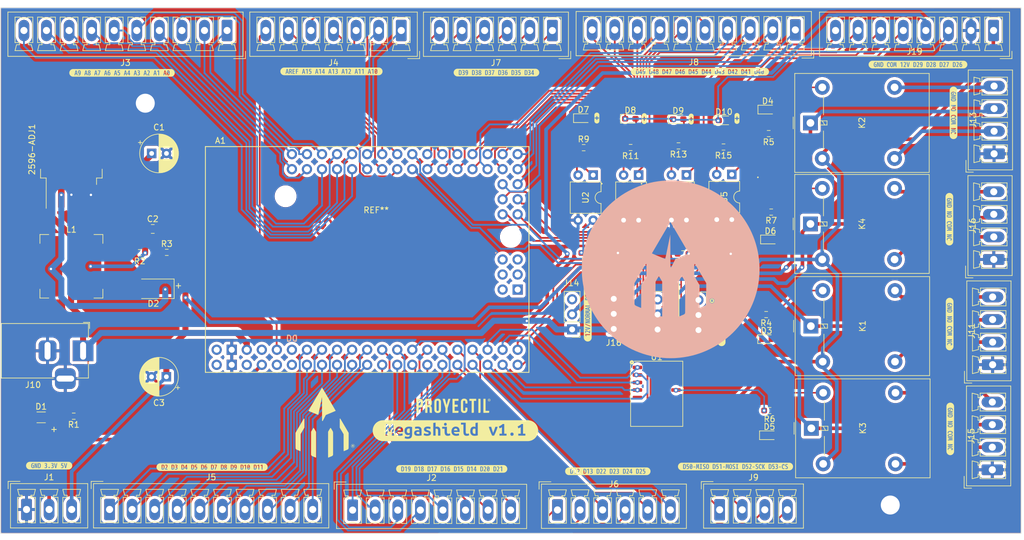
<source format=kicad_pcb>
(kicad_pcb (version 20221018) (generator pcbnew)
  (layers (0 "F.Cu" signal) (31 "B.Cu" signal) (34 "B.Paste" user) (35 "F.Paste" user) (36 "B.SilkS" user "B.Silkscreen") (37 "F.SilkS" user "F.Silkscreen") (38 "B.Mask" user) (39 "F.Mask" user) (44 "Edge.Cuts" user))
  (net 0 "")
  (net 1 "+12V")
  (net 2 "Net-(2596-ADJ1-OUT)")
  (net 3 "GND")
  (net 4 "+5V")
  (net 6 "Net-(J1-Pin_2)")
  (net 7 "Net-(J3-Pin_1)")
  (net 8 "Net-(J3-Pin_2)")
  (net 9 "Net-(J3-Pin_3)")
  (net 10 "Net-(J3-Pin_4)")
  (net 11 "Net-(J3-Pin_5)")
  (net 12 "Net-(J3-Pin_6)")
  (net 13 "Net-(J3-Pin_7)")
  (net 14 "Net-(J3-Pin_8)")
  (net 15 "Net-(J3-Pin_9)")
  (net 16 "Net-(J3-Pin_10)")
  (net 17 "Net-(J4-Pin_1)")
  (net 18 "Net-(J4-Pin_2)")
  (net 19 "Net-(J5-Pin_7)")
  (net 20 "Net-(J5-Pin_8)")
  (net 21 "Net-(J5-Pin_9)")
  (net 22 "Net-(J5-Pin_10)")
  (net 25 "Net-(A1-D2_INT0)")
  (net 26 "Net-(A1-D3_INT1)")
  (net 27 "Net-(J4-Pin_3)")
  (net 28 "Net-(J4-Pin_4)")
  (net 29 "Net-(J4-Pin_5)")
  (net 30 "Net-(J4-Pin_6)")
  (net 31 "Net-(J4-Pin_7)")
  (net 32 "Net-(J8-Pin_1)")
  (net 33 "Net-(J8-Pin_2)")
  (net 34 "Net-(J8-Pin_3)")
  (net 35 "Net-(J8-Pin_4)")
  (net 36 "Net-(J8-Pin_5)")
  (net 37 "Net-(A1-D14{slash}TX3)")
  (net 38 "Net-(A1-D15{slash}RX3)")
  (net 39 "Net-(A1-D16{slash}TX2)")
  (net 40 "Net-(A1-D17{slash}RX2)")
  (net 41 "Net-(A1-D18{slash}TX1)")
  (net 42 "Net-(A1-D19{slash}RX1)")
  (net 43 "Net-(A1-D20{slash}SDA)")
  (net 44 "Net-(A1-D21{slash}SCL)")
  (net 45 "Net-(J5-Pin_3)")
  (net 46 "Net-(J5-Pin_4)")
  (net 47 "Net-(J5-Pin_5)")
  (net 48 "Net-(J5-Pin_6)")
  (net 49 "/sig1")
  (net 50 "/sig2")
  (net 51 "/sig3")
  (net 52 "/out")
  (net 53 "/out1")
  (net 54 "/out2")
  (net 55 "/out3")
  (net 56 "Net-(J6-Pin_1)")
  (net 57 "Net-(J6-Pin_2)")
  (net 58 "Net-(J6-Pin_3)")
  (net 59 "Net-(J6-Pin_4)")
  (net 60 "Net-(J6-Pin_5)")
  (net 61 "Net-(J6-Pin_6)")
  (net 62 "Net-(J7-Pin_1)")
  (net 63 "Net-(J7-Pin_2)")
  (net 64 "Net-(J7-Pin_3)")
  (net 65 "Net-(J7-Pin_4)")
  (net 66 "Net-(J7-Pin_5)")
  (net 67 "Net-(J7-Pin_6)")
  (net 68 "Net-(J8-Pin_6)")
  (net 69 "Net-(J8-Pin_7)")
  (net 70 "Net-(J8-Pin_8)")
  (net 71 "Net-(J8-Pin_9)")
  (net 72 "Net-(A1-D50_MISO)")
  (net 73 "Net-(A1-D51_MOSI)")
  (net 74 "Net-(A1-D52_SCK)")
  (net 75 "Net-(A1-D53_CS)")
  (net 84 "Net-(2596-ADJ1-FB)")
  (net 85 "Net-(D1-A)")
  (net 86 "/optos/COM")
  (net 87 "Net-(J8-Pin_10)")
  (net 88 "/optos/SIG1")
  (net 89 "/optos/SIG2")
  (net 90 "/optos/SIG3")
  (net 91 "/optos/SIG4")
  (net 92 "Net-(R12-Pad2)")
  (net 93 "Net-(R13-Pad2)")
  (net 94 "Net-(R14-Pad2)")
  (net 95 "Net-(R15-Pad2)")
  (net 96 "/sig4")
  (net 97 "Net-(D3-K)")
  (net 98 "Net-(D3-A)")
  (net 99 "Net-(D4-K)")
  (net 100 "Net-(D4-A)")
  (net 101 "Net-(D5-K)")
  (net 103 "/uln2003/RELE1")
  (net 104 "/uln2003/RELE3")
  (net 105 "/uln2003/RELE2")
  (net 106 "/uln2003/RELE4")
  (net 107 "Net-(D5-A)")
  (net 108 "Net-(D6-K)")
  (net 109 "Net-(D6-A)")
  (net 110 "Net-(D7-A)")
  (net 111 "Net-(D8-A)")
  (net 112 "Net-(D9-A)")
  (net 113 "Net-(D10-A)")
  (net 117 "Net-(R8-Pad2)")
  (net 118 "Net-(R9-Pad1)")
  (net 119 "Net-(R10-Pad2)")
  (net 120 "Net-(R11-Pad2)")
  (net 127 "/uln2003/NC3")
  (net 128 "/uln2003/COM3")
  (net 129 "/uln2003/NO3")
  (net 130 "/uln2003/NC1")
  (net 131 "/uln2003/COM1")
  (net 132 "/uln2003/NO1")
  (net 133 "/uln2003/NC4")
  (net 134 "/uln2003/COM4")
  (net 135 "/uln2003/NO4")
  (net 136 "/uln2003/NO2")
  (net 137 "/uln2003/COM2")
  (net 138 "/uln2003/NC2")
  (footprint "Resistor_SMD:R_1206_3216Metric_Pad1.30x1.75mm_HandSolder" (layer "F.Cu") (at 76.95 128.45)
    (fp_text reference "D1")
    (fp_text value "LED")
  )
  (footprint "footprints:tipografia_12.5x2.4mm" (layer "F.Cu") (at 146.55 126.5)
    (fp_text reference "G***" hide)
    (fp_text value "LOGO" hide)
  )
  (footprint "kibuzzard-653EC60C" (layer "F.Cu") (at 194.4 77.99375 90)
    (fp_text reference "kibuzzard-653EC60C" hide)
    (fp_text value "G***" hide)
  )
  (footprint "Connector_Phoenix_MC:PhoenixContact_MCV_1,5_4-G-3.81_1x04_P3.81mm_Vertical" (layer "F.Cu") (at 237.7425 101.7975 90)
    (fp_text reference "J16")
    (fp_text value "Screw_Terminal_01x03")
  )
  (footprint "kibuzzard-65BC3466" (layer "F.Cu") (at 90.6 70.3)
    (fp_text reference "kibuzzard-65BC3466" hide)
    (fp_text value "G***" hide)
  )
  (footprint "LED_SMD:LED_0603_1608Metric_Pad1.05x0.95mm_HandSolder" (layer "F.Cu") (at 184.475 78.125)
    (fp_text reference "D9")
    (fp_text value "LED")
  )
  (footprint "Connector_PinHeader_2.54mm:PinHeader_1x03_P2.54mm_Vertical" (layer "F.Cu") (at 181 113.62 180)
    (fp_text reference "J12")
    (fp_text value "Conn_01x03_Female" hide)
  )
  (footprint "footprints:proyectil_logo_actual_10x11.9" (layer "F.Cu") (at 124.875 129.325)
    (fp_text reference "G***" hide)
    (fp_text value "LOGO" hide)
  )
  (footprint "Resistor_SMD:R_0603_1608Metric_Pad0.98x0.95mm_HandSolder" (layer "F.Cu") (at 200.175 93.8 180)
    (fp_text reference "R7")
    (fp_text value "R")
  )
  (footprint "Resistor_SMD:R_0603_1608Metric_Pad0.98x0.95mm_HandSolder" (layer "F.Cu") (at 175.2 100.75 180)
    (fp_text reference "R10")
    (fp_text value "3K")
  )
  (footprint "Connector_Phoenix_MC:PhoenixContact_MCV_1,5_4-G-3.81_1x04_P3.81mm_Vertical" (layer "F.Cu") (at 237.5 137.3 90)
    (fp_text reference "J15")
    (fp_text value "Screw_Terminal_01x03")
  )
  (footprint "Connector_Phoenix_MC:PhoenixContact_MCV_1,5_8-G-3.81_1x08_P3.81mm_Vertical" (layer "F.Cu") (at 129.5225 144.1075)
    (fp_text reference "J2")
    (fp_text value "Screw_Terminal_01x10")
  )
  (footprint "Diode_SMD:D_SMA" (layer "F.Cu") (at 95.8875 106.75 180)
    (fp_text reference "D2")
    (fp_text value "SS24")
  )
  (footprint "LED_SMD:LED_0603_1608Metric_Pad1.05x0.95mm_HandSolder" (layer "F.Cu") (at 176.4 78.05)
    (fp_text reference "D8")
    (fp_text value "LED")
  )
  (footprint "LED_SMD:LED_0603_1608Metric_Pad1.05x0.95mm_HandSolder" (layer "F.Cu") (at 199.875 131.475)
    (fp_text reference "D5")
    (fp_text value "LED")
  )
  (footprint "Resistor_SMD:R_0603_1608Metric_Pad0.98x0.95mm_HandSolder" (layer "F.Cu") (at 192.125 82.81875 180)
    (fp_text reference "R15")
    (fp_text value "3K")
  )
  (footprint "kibuzzard-65BC37BD" (layer "F.Cu") (at 176.31 110.764 90)
    (fp_text reference "kibuzzard-65BC37BD" hide)
    (fp_text value "G***" hide)
  )
  (footprint "Inductor_SMD:L_Bourns-SRN1060" (layer "F.Cu") (at 82.05 102.95)
    (fp_text reference "L1")
    (fp_text value "330")
  )
  (footprint "Resistor_SMD:R_0603_1608Metric_Pad0.98x0.95mm_HandSolder" (layer "F.Cu") (at 82.45 128.25 180)
    (fp_text reference "R1")
    (fp_text value "1K")
  )
  (footprint "Resistor_SMD:R_0603_1608Metric_Pad0.98x0.95mm_HandSolder" (layer "F.Cu") (at 184.525 82.625 180)
    (fp_text reference "R13")
    (fp_text value "3K")
  )
  (footprint "kibuzzard-65BC3690" (layer "F.Cu") (at 146.25 137.15)
    (fp_text reference "kibuzzard-65BC3690" hide)
    (fp_text value "G***" hide)
  )
  (footprint "Connector_Phoenix_MC:PhoenixContact_MCV_1,5_10-G-3.81_1x10_P3.81mm_Vertical" (layer "F.Cu") (at 204.25 63.05 180)
    (fp_text reference "J8")
    (fp_text value "Screw_Terminal_01x10")
  )
  (footprint "Connector_Phoenix_MC:PhoenixContact_MCV_1,5_8-G-3.81_1x08_P3.81mm_Vertical" (layer "F.Cu") (at 237.71 63.15 180)
    (fp_text reference "J19")
    (fp_text value "ENTRADAS OPTOS")
  )
  (footprint "LED_SMD:LED_0603_1608Metric_Pad1.05x0.95mm_HandSolder" (layer "F.Cu") (at 168.475 77.95)
    (fp_text reference "D7")
    (fp_text value "LED")
  )
  (footprint "Resistor_SMD:R_0603_1608Metric_Pad0.98x0.95mm_HandSolder" (layer "F.Cu") (at 93.5875 100.65 180)
    (fp_text reference "R2")
    (fp_text value "1K")
  )
  (footprint "Connector_PinHeader_2.54mm:PinHeader_1x03_P2.54mm_Vertical" (layer "F.Cu") (at 187.9 113.72 180)
    (fp_text reference "J17")
    (fp_text value "Conn_01x03_Female" hide)
  )
  (footprint "kibuzzard-653EC60C" (layer "F.Cu") (at 186.675 78.1 90)
    (fp_text reference "kibuzzard-653EC60C" hide)
    (fp_text value "G***" hide)
  )
  (footprint "LED_SMD:LED_0603_1608Metric_Pad1.05x0.95mm_HandSolder" (layer "F.Cu") (at 199.6 76.5)
    (fp_text reference "D4")
    (fp_text value "LED")
  )
  (footprint "kibuzzard-653EC60C" (layer "F.Cu") (at 170.75 77.925 90)
    (fp_text reference "kibuzzard-653EC60C" hide)
    (fp_text value "G***" hide)
  )
  (footprint "kibuzzard-65BC3498" (layer "F.Cu") (at 125.95 70.05)
    (fp_text reference "kibuzzard-65BC3498" hide)
    (fp_text value "G***" hide)
  )
  (footprint "Connector_BarrelJack:BarrelJack_Horizontal" (layer "F.Cu") (at 84.026 117.212936)
    (fp_text reference "J10")
    (fp_text value "12V")
  )
  (footprint "PCM_Package_SO_AKL:SOP-16_4.55x10.3mm_P1.27mm" (layer "F.Cu") (at 180.85 124.47)
    (fp_text reference "U1")
    (fp_text value "ULN2003" hide)
  )
  (footprint "Relay_THT:Relay_SPDT_Omron-G5LE-1" (layer "F.Cu") (at 206.8725 113.05 90)
    (fp_text reference "K1")
    (fp_text value "Rele3")
  )
  (footprint "Connector_Phoenix_MC:PhoenixContact_MCV_1,5_3-G-3.81_1x03_P3.81mm_Vertical" (layer "F.Cu") (at 74.48 144)
    (fp_text reference "J1")
    (fp_text value "1x3")
  )
  (footprint "kibuzzard-65BC35D6" (layer "F.Cu") (at 78.3 136.6)
    (fp_text reference "kibuzzard-65BC35D6" hide)
    (fp_text value "G***" hide)
  )
  (footprint "kibuzzard-65BC37BD" (layer "F.Cu") (at 169.21 110.664 90)
    (fp_text reference "kibuzzard-65BC37BD" hide)
    (fp_text value "G***" hide)
  )
  (footprint "MountingHole:MountingHole_3.2mm_M3_DIN965_Pad" (layer "F.Cu") (at 220.275 143.25)
    (fp_text reference "REF**" hide)
    (fp_text value "." hide)
  )
  (footprint "Relay_THT:Relay_SPDT_Omron-G5LE-1" (layer "F.Cu") (at 206.95 130.3 90)
    (fp_text reference "K3")
    (fp_text value "Rele4")
  )
  (footprint "Relay_THT:Relay_SPDT_Omron-G5LE-1" (layer "F.Cu") (at 206.8 95.8 90)
    (fp_text reference "K4")
    (fp_text value "Rele2")
  )
  (footprint "Package_TO_SOT_SMD:TO-263-5_TabPin3" (layer "F.Cu") (at 82.05 83.225 90)
    (fp_text reference "2596-ADJ1")
    (fp_text value "REGULADOR ADJ")
  )
  (footprint "kibuzzard-653EC60C" (layer "F.Cu") (at 178.75 78.025 90)
    (fp_text reference "kibuzzard-653EC60C" hide)
    (fp_text value "G***" hide)
  )
  (footprint "footprints:logo_circular_30x30mm_1" (layer "F.Cu") (at 183.2 103.45)
    (fp_text reference "G***" hide)
    (fp_text value "LOGO" hide)
  )
  (footprint "kibuzzard-65BC3573" (layer "F.Cu") (at 224.95 68.9)
    (fp_text reference "kibuzzard-65BC3573" hide)
    (fp_text value "G***" hide)
  )
  (footprint "Connector_Phoenix_MC:PhoenixContact_MCV_1,5_4-G-3.81_1x04_P3.81mm_Vertical" (layer "F.Cu") (at 237.55 119.56 90)
    (fp_text reference "J11")
    (fp_text value "Screw_Terminal_01x03")
  )
  (footprint "Package_DIP:DIP-4_W7.62mm" (layer "F.Cu") (at 185.875 87.525 -90)
    (fp_text reference "U4" hide)
    (fp_text value "OPTO3")
  )
  (footprint "Connector_Phoenix_MC:PhoenixContact_MCV_1,5_6-G-3.81_1x06_P3.81mm_Vertical" (layer "F.Cu") (at 164.1 144.075)
    (fp_text reference "J6")
    (fp_text value "Screw_Terminal_01x06")
  )
  (footprint "kibuzzard-65BC37BD" (layer "F.Cu") (at 184.01 110.364 90)
    (fp_text reference "kibuzzard-65BC37BD" hide)
    (fp_text value "G***" hide)
  )
  (footprint "MountingHole:MountingHole_3.2mm_M3_DIN965_Pad" (layer "F.Cu") (at 94.525 75.425)
    (fp_text reference "REF**" hide)
    (fp_text value "MountingHole_3.2mm_M3_DIN965_Pad" hide)
  )
  (footprint "kibuzzard-65BC363F" (layer "F.Cu") (at 105.8 136.85)
    (fp_text reference "kibuzzard-65BC363F" hide)
    (fp_text value "G***" hide)
  )
  (footprint "Resistor_SMD:R_0603_1608Metric_Pad0.98x0.95mm_HandSolder" (layer "F.Cu") (at 176.45 82.9 180)
    (fp_text reference "R11")
    (fp_text value "3K")
  )
  (footprint "Resistor_SMD:R_0603_1608Metric_Pad0.98x0.95mm_HandSolder" (layer "F.Cu") (at 199.9 127.3 180)
    (fp_text reference "R6")
    (fp_text value "R")
  )
  (footprint "Connector_PinHeader_2.54mm:PinHeader_1x03_P2.54mm_Vertical" (layer "F.Cu") (at 173.6 113.52 180)
    (fp_text reference "J18")
    (fp_text value "Conn_01x03_Female" hide)
  )
  (footprint "Resistor_SMD:R_0603_1608Metric_Pad0.98x0.95mm_HandSolder" (layer "F.Cu") (at 98.15 100.6)
    (fp_text reference "R3")
    (fp_text value "330")
  )
  (footprint "kibuzzard-65BC3745" (layer "F.Cu") (at 194.15 136.75)
    (fp_text reference "kibuzzard-65BC3745" hide)
    (fp_text value "G***" hide)
  )
  (footprint "Connector_Phoenix_MC:PhoenixContact_MCV_1,5_6-G-3.81_1x06_P3.81mm_Vertical" (layer "F.Cu") (at 163.2375 63.1575 180)
    (fp_text reference "J7")
    (fp_text value "Screw_Terminal_01x06")
  )
  (footprint "Resistor_SMD:R_0603_1608Metric_Pad0.98x0.95mm_HandSolder" (layer "F.Cu") (at 168.52 82.93)
    (fp_text reference "R9")
    (fp_text value "3K")
  )
  (footprint "Resistor_SMD:R_0603_1608Metric_Pad0.98x0.95mm_HandSolder" (layer "F.Cu") (at 199.325 111.1 180)
    (fp_text reference "R4")
    (fp_text value "R")
  )
  (footprint "Package_DIP:DIP-4_W7.62mm" (layer "F.Cu") (at 170.125 87.55 -90)
    (fp_text reference "U2")
    (fp_text value "OPTO1")
  )
  (footprint "kibuzzard-65BC34CA" (layer "F.Cu") (at 153.8 70.25)
    (fp_text reference "kibuzzard-65BC34CA" hide)
    (fp_text value "G***" hide)
  )
  (footprint "kibuzzard-65BC3814" (layer "F.Cu") (at 230.4 130.4 -90)
    (fp_text reference "kibuzzard-65BC3814" hide)
    (fp_text value "G***" hide)
  )
  (footprint "LED_SMD:LED_0603_1608Metric_Pad1.05x0.95mm_HandSolder" (layer "F.Cu") (at 192.2 78.31875)
    (fp_text reference "D10")
    (fp_text value "LED")
  )
  (footprint "Connector_Phoenix_MC:PhoenixContact_MCV_1,5_7-G-3.81_1x07_P3.81mm_Vertical" (layer "F.Cu") (at 137.73 63.15 180)
    (fp_text reference "J4")
    (fp_text value "Screw_Terminal_01x07")
  )
  (footprint "kibuzzard-65BC37BD" (layer "F.Cu") (at 191.8 111.445 90)
    (fp_text reference "kibuzzard-65BC37BD" hide)
    (fp_text value "G***" hide)
  )
  (footprint "Package_DIP:DIP-4_W7.62mm" (layer "F.Cu") (at 193.525 87.45 -90)
    (fp_text reference "U5")
    (fp_text value "OPTO4")
  )
  (footprint "Connector_Phoenix_MC:PhoenixContact_MCV_1,5_4-G-3.81_1x04_P3.81mm_Vertical" (layer "F.Cu") (at 191.475 144.05)
    (fp_text reference "J9")
    (fp_text value "Screw_Terminal_01x04")
  )
  (footprint "Capacitor_THT:CP_Radial_D6.3mm_P2.50mm" (layer "F.Cu") (at 98.08238 121.6 180)
    (fp_text reference "C3")
    (fp_text value "220UF")
  )
  (footprint "kibuzzard-65BC3814" (layer "F.Cu") (at 230.95 77.05 -90)
    (fp_text reference "kibuzzard-65BC3814" hide)
    (fp_text value "G***" hide)
  )
  (footprint "Connector_Phoenix_MC:PhoenixContact_MCV_1,5_10-G-3.81_1x10_P3.81mm_Vertical" (layer "F.Cu") (at 108.33 63.15 180)
    (fp_text reference "J3")
    (fp_text value "Screw_Terminal_01x10")
  )
  (footprint "Package_DIP:DIP-4_W7.62mm" (layer "F.Cu") (at 177.8 87.55 -90)
    (fp_text reference "U3")
    (fp_text value "OPTO2")
  )
  (footprint "Capacitor_THT:CP_Radial_D6.3mm_P2.50mm" (layer "F.Cu") (at 95.6 83.9)
    (fp_text reference "C1")
    (fp_text value "470uf 35v")
  )
  (footprint "LED_SMD:LED_0603_1608Metric_Pad1.05x0.95mm_HandSolder" (layer "F.Cu") (at 200.05 98.425)
    (fp_text reference "D6")
    (fp_text value "LED")
  )
  (footprint "Capacitor_SMD:C_0805_2012Metric" (layer "F.Cu") (at 95.7875 96.65)
    (fp_text reference "C2")
    (fp_text value "C")
  )
  (footprint "PCM_arduino-library:Clone_Mega2560_Pro_Socket" (layer "F.Cu") (at 104.671 82.75)
    (fp_text reference "A1")
    (fp_text value "Clone_Mega2560_Pro_Socket")
  )
  (footprint "LED_SMD:LED_0603_1608Metric" (layer "F.Cu") (at 199.3875 115.25)
    (fp_text reference "D3")
    (fp_text value "LED")
  )
  (footprint "Resistor_SMD:R_0603_1608Metric_Pad0.98x0.95mm_HandSolder" (layer "F.Cu") (at 199.75 80.55 180)
    (fp_text reference "R5")
    (fp_text value "R")
  )
  (footprint "Connector_Phoenix_MC:PhoenixContact_MCV_1,5_10-G-3.81_1x10_P3.81mm_Vertical" (layer "F.Cu") (at 88.495 144)
    (fp_text reference "J5")
    (fp_text value "Screw_Terminal_01x10")
  )
  (footprint "Symbol:Symbol_Danger_CopperTop_Big" (layer "F.Cu") (at 133.5 101.6)
    (fp_text reference "REF**")
    (fp_text value "Symbol_Danger_CopperTop_Big")
  )
  (footprint "Resistor_SMD:R_0603_1608Metric_Pad0.98x0.95mm_HandSolder" (layer "F.Cu") (at 192.4 100.85 180)
    (fp_text reference "R14")
    (fp_text value "3K")
  )
  (footprint "kibuzzard-65BC3814" (layer "F.Cu") (at 230.25 95 -90)
    (fp_text reference "kibuzzard-65BC3814" hide)
    (fp_text value "G***" hide)
  )
  (footprint "Connector_PinHeader_2.54mm:PinHeader_1x03_P2.54mm_Vertical" (layer "F.Cu") (at 166.575 113.605 180)
    (fp_text reference "J14")
    (fp_text value "Conn_01x03_Female" hide)
  )
  (footprint "Connector_Phoenix_MC:PhoenixContact_MCV_1,5_4-G-3.81_1x04_P3.81mm_Vertical" (layer "F.Cu") (at 237.8 83.96 90)
    (fp_text reference "J13")
    (fp_text value "Screw_Terminal_01x03")
  )
  (footprint "kibuzzard-65BC3814" (layer "F.Cu") (at 230.3 112.7 -90)
    (fp_text reference "kibuzzard-65BC3814" hide)
    (fp_text value "G***" hide)
  )
  (footprint "kibuzzard-65C263D4" (layer "F.Cu") (at 146.875 130.7)
    (fp_text reference "kibuzzard-65C263D4" hide)
    (fp_text value "G***" hide)
  )
  (footprint "Relay_THT:Relay_SPDT_Omron-G5LE-1" (layer "F.Cu") (at 206.8 78.75 90)
    (fp_text reference "K2")
    (fp_text value "Rele1")
  )
  (footprint "Resistor_SMD:R_0603_1608Metric_Pad0.98x0.95mm_HandSolder" (layer "F.Cu") (at 169.05 100.7 180)
    (fp_text reference "R8")
    (fp_text value "3K")
  )
  (footprint "kibuzzard-65BC34FE" (layer "F.Cu") (at 188.15 70.1)
    (fp_text reference "kibuzzard-65BC34FE" hide)
    (fp_text value "G***" hide)
  )
  (footprint "kibuzzard-65BC36E0" (layer "F.Cu") (at 172.6 137.55)
    (fp_text reference "kibuzzard-65BC36E0" hide)
    (fp_text value "G***" hide)
  )
  (footprint "Resistor_SMD:R_0603_1608Metric_Pad0.98x0.95mm_HandSolder" (layer "F.Cu") (at 185.3 100.85 180)
    (fp_text reference "R12")
    (fp_text value "3K")
  )
  (gr_rect (start 70.125 59.325) (end 242.35 148.025) (stroke (width 0.1)) (fill none) (layer "Edge.Cuts"))
  (gr_text ".\n" (at 179.56 89.19) (layer "F.SilkS") (effects (font (size 1 1)) (justify left bottom)))
  (gr_text "." (at 177.955 89.18) (layer "F.SilkS") (effects (font (size 1 1)) (justify left bottom)))
  (gr_text "." (at 197.595 88.115) (layer "F.SilkS") (effects (font (size 1 1)) (justify left bottom)))
  (gr_text "+" (at 99.3975 106.75) (layer "F.SilkS") (effects (font (size 1 1)) (justify left bottom)))
  (gr_text "+" (at 78.4 131) (layer "F.SilkS") (effects (font (size 1 1)) (justify left bottom)))
  (gr_text ".\n" (at 171.255 89.18) (layer "F.SilkS") (effects (font (size 1 1)) (justify left bottom)))
  (segment (start 84.9 118.086936) (end 84.9 126.7125) (width 0.25) (layer "F.Cu") (net 1))
  (segment (start 82 97.8) (end 78.65 94.45) (width 1.016) (layer "F.Cu") (net 1))
  (segment (start 84.026 117.212936) (end 84.026 111.776) (width 1.016) (layer "F.Cu") (net 1))
  (segment (start 84.026 117.212936) (end 84.9 118.086936) (width 0.25) (layer "F.Cu") (net 1))
  (segment (start 162.375 109.1) (end 159.3 112.175) (width 0.6096) (layer "F.Cu") (net 1))
  (segment (start 79.55 87.4) (end 78.65 88.3) (width 1.016) (layer "F.Cu") (net 1))
  (segment (start 78.65 88.3) (end 78.65 90.875) (width 1.016) (layer "F.Cu") (net 1))
  (segment (start 92.3 87.4) (end 79.55 87.4) (width 1.016) (layer "F.Cu") (net 1))
  (segment (start 165.75 100.825) (end 165.75 101.2234) (width 0.6096) (layer "F.Cu") (net 1))
  (segment (start 165.75 101.2234) (end 162.375 104.5984) (width 0.6096) (layer "F.Cu") (net 1))
  (segment (start 159.3 112.175) (end 158.925 112.175) (width 0.6096) (layer "F.Cu") (net 1))
  (segment (start 78.65 94.45) (end 78.65 90.875) (width 1.016) (layer "F.Cu") (net 1))
  (segment (start 84.026 111.776) (end 82 109.75) (width 1.016) (layer "F.Cu") (net 1))
  (segment (start 162.375 104.5984) (end 162.375 109.1) (width 0.6096) (layer "F.Cu") (net 1))
  (segment (start 84.9 126.7125) (end 83.3625 128.25) (width 0.25) (layer "F.Cu") (net 1))
  (segment (start 95.7 84) (end 92.3 87.4) (width 1.016) (layer "F.Cu") (net 1))
  (segment (start 82 109.75) (end 82 97.8) (width 1.016) (layer "F.Cu") (net 1))
  (via (at 165.75 100.825) (size 0.8) (drill 0.4) (layers "F.Cu" "B.Cu") (net 1))
  (via (at 158.925 112.175) (size 0.8) (drill 0.4) (layers "F.Cu" "B.Cu") (net 1))
  (segment (start 211.225 60.55) (end 210.017448 60.55) (width 0.6096) (layer "B.Cu") (net 1))
  (segment (start 200.242448 70.325) (end 171.725 70.325) (width 0.6096) (layer "B.Cu") (net 1))
  (segment (start 187.9 113.72) (end 181.1 113.72) (width 0.6096) (layer "B.Cu") (net 1))
  (segment (start 162.175 97.25) (end 165.75 100.825) (width 0.6096) (layer "B.Cu") (net 1))
  (segment (start 151.25 114.2) (end 153.3 112.15) (width 1.016) (layer "B.Cu") (net 1))
  (segment (start 162.175 79.875) (end 162.175 97.25) (width 0.6096) (layer "B.Cu") (net 1))
  (segment (start 226.28 61.605) (end 225.175 60.5) (width 0.6096) (layer "B.Cu") (net 1))
  (segment (start 171.725 70.325) (end 162.175 79.875) (width 0.6096) (layer "B.Cu") (net 1))
  (segment (start 173.515 113.605) (end 173.6 113.52) (width 1.016) (layer "B.Cu") (net 1))
  (segment (start 153.3 112.15) (end 162.525 112.15) (width 1.016) (layer "B.Cu") (net 1))
  (segment (start 226.28 63.15) (end 226.28 61.605) (width 0.6096) (layer "B.Cu") (net 1))
  (segment (start 225.175 60.5) (end 211.275 60.5) (width 0.6096) (layer "B.Cu") (net 1))
  (segment (start 173.6 113.52) (end 180.9 113.52) (width 1.016) (layer "B.Cu") (net 1))
  (segment (start 87.038936 114.2) (end 151.25 114.2) (width 1.016) (layer "B.Cu") (net 1))
  (segment (start 181.1 113.72) (end 181 113.62) (width 0.6096) (layer "B.Cu") (net 1))
  (segment (start 163.98 113.605) (end 166.575 113.605) (width 1.016) (layer "B.Cu") (net 1))
  (segment (start 84.026 117.212936) (end 87.038936 114.2) (width 1.016) (layer "B.Cu") (net 1))
  (segment (start 162.525 112.15) (end 163.98 113.605) (width 1.016) (layer "B.Cu") (net 1))
  (segment (start 211.275 60.5) (end 211.225 60.55) (width 0.6096) (layer "B.Cu") (net 1))
  (segment (start 166.575 113.605) (end 173.515 113.605) (width 1.016) (layer "B.Cu") (net 1))
  (segment (start 180.9 113.52) (end 181 113.62) (width 1.016) (layer "B.Cu") (net 1))
  (segment (start 210.017448 60.55) (end 200.242448 70.325) (width 0.6096) (layer "B.Cu") (net 1))
  (segment (start 97.8875 106.75) (end 97.8875 106.8375) (width 1.016) (layer "F.Cu") (net 2))
  (segment (start 97.8875 106.8375) (end 97.9 106.85) (width 1.016) (layer "F.Cu") (net 2))
  (segment (start 80.35 90.875) (end 80.35 90.9) (width 1.016) (layer "F.Cu") (net 2))
  (via (at 78.6 103.4) (size 0.8) (drill 0.4) (layers "F.Cu" "B.Cu") (net 2))
  (via (at 80.35 90.9) (size 0.8) (drill 0.4) (layers "F.Cu" "B.Cu") (net 2))
  (via (at 97.9 106.85) (size 0.8) (drill 0.4) (layers "F.Cu" "B.Cu") (net 2))
  (segment (start 97.9 106.85) (end 97.9 108.65) (width 1.016) (layer "B.Cu") (net 2))
  (segment (start 96.9 109.65) (end 81.85 109.65) (width 1.016) (layer "B.Cu") (net 2))
  (segment (start 80.35 101.65) (end 78.6 103.4) (width 1.016) (layer "B.Cu") (net 2))
  (segment (start 80.35 90.9) (end 80.35 101.65) (width 1.016) (layer "B.Cu") (net 2))
  (segment (start 80.35 108.15) (end 80.35 105.15) (width 1.016) (layer "B.Cu") (net 2))
  (segment (start 80.35 105.15) (end 78.6 103.4) (width 1.016) (layer "B.Cu") (net 2))
  (segment (start 81.85 109.65) (end 80.35 108.15) (width 1.016) (layer "B.Cu") (net 2))
  (segment (start 97.9 108.65) (end 96.9 109.65) (width 1.016) (layer "B.Cu") (net 2))
  (segment (start 82.1 90.875) (end 82.05 90.875) (width 1.016) (layer "F.Cu") (net 3))
  (via (at 82.05 90.875) (size 0.8) (drill 0.4) (layers "F.Cu" "B.Cu") (net 3))
  (via (at 85.35 90.9) (size 0.8) (drill 0.4) (layers "F.Cu" "B.Cu") (net 3))
  (segment (start 82.05 90.875) (end 85.325 90.875) (width 1.016) (layer "B.Cu") (net 3))
  (segment (start 85.325 90.875) (end 85.35 90.9) (width 1.016) (layer "B.Cu") (net 3))
  (segment (start 208.8 83.95) (end 208.8 84.75) (width 0.6096) (layer "F.Cu") (net 4))
  (segment (start 111.656 115.906) (end 111.656 117.04) (width 1.016) (layer "F.Cu") (net 4))
  (segment (start 101.3 96.9) (end 101.3 114.2) (width 1.016) (layer "F.Cu") (net 4))
  (segment (start 100.25 95.85) (end 101.3 96.9) (width 1.016) (layer "F.Cu") (net 4))
  (segment (start 237.675 63.185) (end 237.675 68.025) (width 0.6096) (layer "F.Cu") (net 4))
  (segment (start 211.25 81.5) (end 208.8 83.95) (width 0.6096) (layer "F.Cu") (net 4))
  (segment (start 96.7375 97.5125) (end 94.5 99.75) (width 1.016) (layer "F.Cu") (net 4))
  (segment (start 98.08238 121.6) (end 98.08238 117.41762) (width 1.016) (layer "F.Cu") (net 4))
  (segment (start 101.3 114.2) (end 109.95 114.2) (width 1.016) (layer "F.Cu") (net 4))
  (segment (start 98.08238 117.41762) (end 101.3 114.2) (width 1.016) (layer "F.Cu") (net 4))
  (segment (start 96.7375 96.65) (end 97.5375 95.85) (width 1.016) (layer "F.Cu") (net 4))
  (segment (start 224.2 81.5) (end 211.25 81.5) (width 0.6096) (layer "F.Cu") (net 4))
  (segment (start 97.5375 95.85) (end 100.25 95.85) (width 1.016) (layer "F.Cu") (net 4))
  (segment (start 200.75 119.05) (end 208.8725 119.05) (width 0.6096) (layer "F.Cu") (net 4))
  (segment (start 237.71 63.15) (end 237.675 63.185) (width 0.6096) (layer "F.Cu") (net 4))
  (segment (start 96.7375 96.65) (end 96.7375 97.5125) (width 1.016) (layer "F.Cu") (net 4))
  (segment (start 237.675 68.025) (end 224.2 81.5) (width 0.6096) (layer "F.Cu") (net 4))
  (segment (start 94.5 99.75) (end 94.5 100.65) (width 1.016) (layer "F.Cu") (net 4))
  (segment (start 109.95 114.2) (end 111.656 115.906) (width 1.016) (layer "F.Cu") (net 4))
  (segment (start 85.35 102.95) (end 85.3 102.95) (width 0.6096) (layer "F.Cu") (net 4))
  (segment (start 190.885 128.915) (end 200.75 119.05) (width 0.6096) (layer "F.Cu") (net 4))
  (segment (start 184.1 128.915) (end 190.885 128.915) (width 0.6096) (layer "F.Cu") (net 4))
  (via (at 101.325 108.25) (size 0.8) (drill 0.4) (layers "F.Cu" "B.Cu") (net 4))
  (via (at 85.3 102.95) (size 0.8) (drill 0.4) (layers "F.Cu" "B.Cu") (net 4))
  (via (at 94.5 100.7) (size 0.8) (drill 0.4) (layers "F.Cu" "B.Cu") (net 4))
  (segment (start 208.65 101.8) (end 208.45 101.6) (width 0.6096) (layer "B.Cu") (net 4))
  (segment (start 208.8 98.85) (end 211.6 96.05) (width 0.6096) (layer "B.Cu") (net 4))
  (segment (start 82.1 137.58238) (end 98.08238 121.6) (width 0.6096) (layer "B.Cu") (net 4))
  (segment (start 208.8725 119.9725) (end 208.8725 119.05) (width 0.6096) (layer "B.Cu") (net 4))
  (segment (start 161.225 109.875) (end 152.6 109.875) (width 0.6096) (layer "B.Cu") (net 4))
  (segment (start 198.425 101.8) (end 197.05 103.175) (width 0.6096) (layer "B.Cu") (net 4))
  (segment (start 211.25 122.35) (end 208.8725 119.9725) (width 0.6096) (layer "B.Cu") (net 4))
  (segment (start 211.6 87.55) (end 208.8 84.75) (width 0.6096) (layer "B.Cu") (net 4))
  (segment (start 208.8 101.8) (end 208.65 101.8) (width 0.6096) (layer "B.Cu") (net 4))
  (segment (start 150.1 112.375) (end 105.45 112.375) (width 0.6096) (layer "B.Cu") (net 4))
  (segment (start 211.6 96.05) (end 211.6 87.55) (width 0.6096) (layer "B.Cu") (net 4))
  (segment (start 208.95 136.3) (end 211.25 134) (width 0.6096) (layer "B.Cu") (net 4))
  (segment (start 208.8 101.8) (end 198.425 101.8) (width 0.6096) (layer "B.Cu") (net 4))
  (segment (start 85.3 102.95) (end 92.25 102.95) (width 0.6096) (layer "B.Cu") (net 4))
  (segment (start 211.35 104.35) (end 208.8 101.8) (width 0.6096) (layer "B.Cu") (net 4))
  (segment (start 208.8 101.8) (end 208.8 98.85) (width 0.6096) (layer "B.Cu") (net 4))
  (segment (start 152.6 109.875) (end 150.1 112.375) (width 0.6096) (layer "B.Cu") (net 4))
  (segment (start 211.35 114.3) (end 211.35 104.35) (width 0.6096) (layer "B.Cu") (net 4))
  (segment (start 197.05 103.175) (end 167.925 103.175) (width 0.6096) (layer "B.Cu") (net 4))
  (segment (start 167.925 103.175) (end 161.225 109.875) (width 0.6096) (layer "B.Cu") (net 4))
  (segment (start 105.45 112.375) (end 101.325 108.25) (width 0.6096) (layer "B.Cu") (net 4))
  (segment (start 208.8725 116.7775) (end 211.35 114.3) (width 0.6096) (layer "B.Cu") (net 4))
  (segment (start 211.25 134) (end 211.25 122.35) (width 0.6096) (layer "B.Cu") (net 4))
  (segment (start 82.1 144) (end 82.1 137.58238) (width 0.6096) (layer "B.Cu") (net 4))
  (segment (start 208.8725 119.05) (end 208.8725 116.7775) (width 0.6096) (layer "B.Cu") (net 4))
  (segment (start 92.25 102.95) (end 94.5 100.7) (width 0.6096) (layer "B.Cu") (net 4))
  (segment (start 78.29 134.76) (end 78.29 144) (width 0.6096) (layer "F.Cu") (net 6))
  (segment (start 114.196 119.58) (end 101.576 132.2) (width 0.6096) (layer "F.Cu") (net 6))
  (segment (start 101.576 132.2) (end 80.85 132.2) (width 0.6096) (layer "F.Cu") (net 6))
  (segment (start 80.85 132.2) (end 78.29 134.76) (width 0.6096) (layer "F.Cu") (net 6))
  (segment (start 105.5 70.25) (end 119.27 84.02) (width 0.3048) (layer "B.Cu") (net 7))
  (segment (start 119.27 84.02) (end 119.276 84.02) (width 0.3048) (layer "B.Cu") (net 7))
  (segment (start 108.33 63.15) (end 105.5 65.98) (width 0.3048) (layer "B.Cu") (net 7))
  (segment (start 105.5 65.98) (end 105.5 70.25) (width 0.3048) (layer "B.Cu") (net 7))
  (segment (start 104.52 70.32) (end 117.8 83.6) (width 0.3048) (layer "B.Cu") (net 8))
  (segment (start 119.15 86.35) (end 119.15 86.6) (width 0.3048) (layer "B.Cu") (net 8))
  (segment (start 104.52 63.15) (end 104.52 70.32) (width 0.3048) (layer "B.Cu") (net 8))
  (segment (start 117.8 83.6) (end 117.8 85) (width 0.3048) (layer "B.Cu") (net 8))
  (segment (start 117.8 85) (end 119.15 86.35) (width 0.3048) (layer "B.Cu") (net 8))
  (segment (start 100.65 60.75) (end 100.3 61.1) (width 0.3048) (layer "B.Cu") (net 9))
  (segment (start 121.816 84.02) (end 120.492 84.02) (width 0.3048) (layer "B.Cu") (net 9))
  (segment (start 119.004 82.804) (end 110.4452 74.2452) (width 0.3048) (layer "B.Cu") (net 9))
  (segment (start 110.4452 74.2452) (end 110.4452 61.9452) (width 0.3048) (layer "B.Cu") (net 9))
  (segment (start 120.492 83.516316) (end 119.779684 82.804) (width 0.3048) (layer "B.Cu") (net 9))
  (segment (start 100.3 62.74) (end 100.71 63.15) (width 0.3048) (layer "B.Cu") (net 9))
  (segment (start 110.4452 61.9452) (end 109.25 60.75) (width 0.3048) (layer "B.Cu") (net 9))
  (segment (start 100.3 61.1) (end 100.3 62.74) (width 0.3048) (layer "B.Cu") (net 9))
  (segment (start 119.779684 82.804) (end 119.004 82.804) (width 0.3048) (layer "B.Cu") (net 9))
  (segment (start 120.492 84.02) (end 120.492 83.516316) (width 0.3048) (layer "B.Cu") (net 9))
  (segment (start 109.25 60.75) (end 100.65 60.75) (width 0.3048) (layer "B.Cu") (net 9))
  (segment (start 117.75 85.663896) (end 117.75 87.35) (width 0.3048) (layer "B.Cu") (net 10))
  (segment (start 117.75 87.35) (end 118.4 88) (width 0.3048) (layer "B.Cu") (net 10))
  (segment (start 120.45 88) (end 121.85 86.6) (width 0.3048) (layer "B.Cu") (net 10))
  (segment (start 96.9 63.55) (end 117.2952 83.9452) (width 0.3048) (layer "B.Cu") (net 10))
  (segment (start 117.2952 83.9452) (end 117.2952 85.209096) (width 0.3048) (layer "B.Cu") (net 10))
  (segment (start 118.4 88) (end 120.45 88) (width 0.3048) (layer "B.Cu") (net 10))
  (segment (start 96.9 63.15) (end 96.9 63.55) (width 0.3048) (layer "B.Cu") (net 10))
  (segment (start 117.2952 85.209096) (end 117.75 85.663896) (width 0.3048) (layer "B.Cu") (net 10))
  (segment (start 119.3992 82.2992) (end 122.5992 82.2992) (width 0.3048) (layer "B.Cu") (net 11))
  (segment (start 96.09 60.15) (end 109.55 60.15) (width 0.3048) (layer "B.Cu") (net 11))
  (segment (start 110.95 73.85) (end 119.3992 82.2992) (width 0.3048) (layer "B.Cu") (net 11))
  (segment (start 109.55 60.15) (end 110.95 61.55) (width 0.3048) (layer "B.Cu") (net 11))
  (segment (start 93.09 63.15) (end 96.09 60.15) (width 0.3048) (layer "B.Cu") (net 11))
  (segment (start 110.95 61.55) (end 110.95 73.85) (width 0.3048) (layer "B.Cu") (net 11))
  (segment (start 122.5992 82.2992) (end 124.3 84) (width 0.3048) (layer "B.Cu") (net 11))
  (segment (start 91.8376 64.0376) (end 91.8376 64.568761) (width 0.3048) (layer "B.Cu") (net 12))
  (segment (start 124.356 92.694) (end 124.356 86.56) (width 0.3048) (layer "B.Cu") (net 12))
  (segment (start 116.6 95.75) (end 121.3 95.75) (width 0.3048) (layer "B.Cu") (net 12))
  (segment (start 113.4 92.55) (end 116.6 95.75) (width 0.3048) (layer "B.Cu") (net 12))
  (segment (start 90.95 63.15) (end 91.8376 64.0376) (width 0.3048) (layer "B.Cu") (net 12))
  (segment (start 113.4 81.1) (end 113.4 92.55) (width 0.3048) (layer "B.Cu") (net 12))
  (segment (start 97.6024 65.3024) (end 113.4 81.1) (width 0.3048) (layer "B.Cu") (net 12))
  (segment (start 91.8376 64.568761) (end 92.571239 65.3024) (width 0.3048) (layer "B.Cu") (net 12))
  (segment (start 89.28 63.15) (end 90.95 63.15) (width 0.3048) (layer "B.Cu") (net 12))
  (segment (start 92.571239 65.3024) (end 97.6024 65.3024) (width 0.3048) (layer "B.Cu") (net 12))
  (segment (start 121.3 95.75) (end 124.356 92.694) (width 0.3048) (layer "B.Cu") (net 12))
  (segment (start 125.65 92.75) (end 122.1452 96.2548) (width 0.3048) (layer "B.Cu") (net 13))
  (segment (start 112.6 92.8) (end 112.6 81.35) (width 0.3048) (layer "B.Cu") (net 13))
  (segment (start 126.896 84.02) (end 125.65 85.266) (width 0.3048) (layer "B.Cu") (net 13))
  (segment (start 91.857343 65.3024) (end 87.6024 65.3024) (width 0.3048) (layer "B.Cu") (net 13))
  (segment (start 125.65 85.266) (end 125.65 92.75) (width 0.3048) (layer "B.Cu") (net 13))
  (segment (start 116.0548 96.2548) (end 112.6 92.8) (width 0.3048) (layer "B.Cu") (net 13))
  (segment (start 97.0572 65.8072) (end 92.362143 65.8072) (width 0.3048) (layer "B.Cu") (net 13))
  (segment (start 122.1452 96.2548) (end 116.0548 96.2548) (width 0.3048) (layer "B.Cu") (net 13))
  (segment (start 112.6 81.35) (end 97.0572 65.8072) (width 0.3048) (layer "B.Cu") (net 13))
  (segment (start 92.362143 65.8072) (end 91.857343 65.3024) (width 0.3048) (layer "B.Cu") (net 13))
  (segment (start 87.6024 65.3024) (end 85.45 63.15) (width 0.3048) (layer "B.Cu") (net 13))
  (segment (start 122.009095 97.1048) (end 115.940904 97.1048) (width 0.3048) (layer "B.Cu") (net 14))
  (segment (start 126.896 92.217895) (end 122.009095 97.1048) (width 0.3048) (layer "B.Cu") (net 14))
  (segment (start 126.896 86.56) (end 126.896 92.217895) (width 0.3048) (layer "B.Cu") (net 14))
  (segment (start 84.662 66.312) (end 81.55 63.2) (width 0.3048) (layer "B.Cu") (net 14))
  (segment (start 112.0952 81.8952) (end 96.512 66.312) (width 0.3048) (layer "B.Cu") (net 14))
  (segment (start 115.940904 97.1048) (end 112.0952 93.259095) (width 0.3048) (layer "B.Cu") (net 14))
  (segment (start 96.512 66.312) (end 84.662 66.312) (width 0.3048) (layer "B.Cu") (net 14))
  (segment (start 112.0952 93.259095) (end 112.0952 81.8952) (width 0.3048) (layer "B.Cu") (net 14))
  (segment (start 111.5904 93.468192) (end 111.5904 82.1404) (width 0.3048) (layer "B.Cu") (net 15))
  (segment (start 122.21819 97.6096) (end 115.731808 97.6096) (width 0.3048) (layer "B.Cu") (net 15))
  (segment (start 129.436 84.02) (end 128.15 85.306) (width 0.3048) (layer "B.Cu") (net 15))
  (segment (start 111.5904 82.1404) (end 96.35 66.9) (width 0.3048) (layer "B.Cu") (net 15))
  (segment (start 81.6 66.9) (end 77.85 63.15) (width 0.3048) (layer "B.Cu") (net 15))
  (segment (start 128.15 85.306) (end 128.15 91.67779) (width 0.3048) (layer "B.Cu") (net 15))
  (segment (start 115.731808 97.6096) (end 111.5904 93.468192) (width 0.3048) (layer "B.Cu") (net 15))
  (segment (start 128.15 91.67779) (end 122.21819 97.6096) (width 0.3048) (layer "B.Cu") (net 15))
  (segment (start 96.35 66.9) (end 81.6 66.9) (width 0.3048) (layer "B.Cu") (net 15))
  (segment (start 96 67.75) (end 76.05 67.75) (width 0.3048) (layer "B.Cu") (net 16))
  (segment (start 115.522712 98.1144) (end 110.8 93.391688) (width 0.3048) (layer "B.Cu") (net 16))
  (segment (start 122.427285 98.1144) (end 115.522712 98.1144) (width 0.3048) (layer "B.Cu") (net 16))
  (segment (start 74.04 65.74) (end 74.04 63.15) (width 0.3048) (layer "B.Cu") (net 16))
  (segment (start 129.436 91.105685) (end 122.427285 98.1144) (width 0.3048) (layer "B.Cu") (net 16))
  (segment (start 129.436 86.56) (end 129.436 91.105685) (width 0.3048) (layer "B.Cu") (net 16))
  (segment (start 110.8 93.391688) (end 110.8 82.55) (width 0.3048) (layer "B.Cu") (net 16))
  (segment (start 110.8 82.55) (end 96 67.75) (width 0.3048) (layer "B.Cu") (net 16))
  (segment (start 76.05 67.75) (end 74.04 65.74) (width 0.3048) (layer "B.Cu") (net 16))
  (segment (start 133 83.45) (end 132 84.45) (width 0.3048) (layer "B.Cu") (net 17))
  (segment (start 133 67.88) (end 133 83.45) (width 0.3048) (layer "B.Cu") (net 17))
  (segment (start 137.73 63.15) (end 133 67.88) (width 0.3048) (layer "B.Cu") (net 17))
  (segment (start 130.7 83.1) (end 132.35 81.45) (width 0.3048) (layer "B.Cu") (net 18))
  (segment (start 131.976 86.56) (end 130.7 85.284) (width 0.3048) (layer "B.Cu") (net 18))
  (segment (start 130.7 85.284) (end 130.7 83.1) (width 0.3048) (layer "B.Cu") (net 18))
  (segment (start 132.35 81.45) (end 132.35 64.72) (width 0.3048) (layer "B.Cu") (net 18))
  (segment (start 132.35 64.72) (end 133.92 63.15) (width 0.3048) (layer "B.Cu") (net 18))
  (segment (start 121.1404 137.6596) (end 118.3 140.5) (width 0.3048) (layer "B.Cu") (net 19))
  (segment (start 115 140.5) (end 111.4 144.1) (width 0.3048) (layer "B.Cu") (net 19))
  (segment (start 121.1404 128.077863) (end 121.1404 137.6596) (width 0.3048) (layer "B.Cu") (net 19))
  (segment (start 118.3 140.5) (end 115 140.5) (width 0.3048) (layer "B.Cu") (net 19))
  (segment (start 128.22 118.256) (end 128.22 120.99826) (width 0.3048) (layer "B.Cu") (net 19))
  (segment (start 129.436 117.04) (end 128.22 118.256) (width 0.3048) (layer "B.Cu") (net 19))
  (segment (start 128.22 120.99826) (end 121.1404 128.077863) (width 0.3048) (layer "B.Cu") (net 19))
  (segment (start 121.6452 128.286957) (end 121.6452 138.0548) (width 0.3048) (layer "B.Cu") (net 20))
  (segment (start 115.6 144.1) (end 115.15 144.1) (width 0.3048) (layer "B.Cu") (net 20))
  (segment (start 129.436 119.58) (end 129.436 120.496156) (width 0.3048) (layer "B.Cu") (net 20))
  (segment (start 129.436 120.496156) (end 121.6452 128.286957) (width 0.3048) (layer "B.Cu") (net 20))
  (segment (start 121.6452 138.0548) (end 115.6 144.1) (width 0.3048) (layer "B.Cu") (net 20))
  (segment (start 130.76 118.256) (end 130.76 119.975684) (width 0.3048) (layer "B.Cu") (net 21))
  (segment (start 131.976 117.04) (end 130.76 118.256) (width 0.3048) (layer "B.Cu") (net 21))
  (segment (start 129.939684 120.796) (end 129.850052 120.796) (width 0.3048) (layer "B.Cu") (net 21))
  (segment (start 129.850052 120.796) (end 122.15 128.496052) (width 0.3048) (layer "B.Cu") (net 21))
  (segment (start 122.15 140.2) (end 118.5 143.85) (width 0.3048) (layer "B.Cu") (net 21))
  (segment (start 122.15 128.496052) (end 122.15 140.2) (width 0.3048) (layer "B.Cu") (net 21))
  (segment (start 130.76 119.975684) (end 129.939684 120.796) (width 0.3048) (layer "B.Cu") (net 21))
  (segment (start 122.785 144) (end 122.785 128.771) (width 0.3048) (layer "B.Cu") (net 22))
  (segment (start 122.785 128.771) (end 131.976 119.58) (width 0.3048) (layer "B.Cu") (net 22))
  (segment (start 117.975 126.959893) (end 120.6 124.334893) (width 0.3048) (layer "B.Cu") (net 25))
  (segment (start 120.6 118.256) (end 121.816 117.04) (width 0.3048) (layer "B.Cu") (net 25))
  (segment (start 117.975 134.3) (end 117.975 126.959893) (width 0.3048) (layer "B.Cu") (net 25))
  (segment (start 120.6 124.334893) (end 120.6 118.256) (width 0.3048) (layer "B.Cu") (net 25))
  (segment (start 95.395 137.1) (end 115.175 137.1) (width 0.3048) (layer "B.Cu") (net 25))
  (segment (start 115.175 137.1) (end 117.975 134.3) (width 0.3048) (layer "B.Cu") (net 25))
  (segment (start 88.495 144) (end 95.395 137.1) (width 0.3048) (layer "B.Cu") (net 25))
  (segment (start 118.6164 127.032393) (end 118.6164 134.6836) (width 0.3048) (layer "B.Cu") (net 26))
  (segment (start 121.2952 124.353588) (end 118.6164 127.032393) (width 0.3048) (layer "B.Cu") (net 26))
  (segment (start 118.6164 134.6836) (end 115.324 137.976) (width 0.3048) (layer "B.Cu") (net 26))
  (segment (start 121.816 119.58) (end 121.816 121.470104) (width 0.3048) (layer "B.Cu") (net 26))
  (segment (start 98.329 137.976) (end 92.305 144) (width 0.3048) (layer "B.Cu") (net 26))
  (segment (start 121.2952 121.990905) (end 121.2952 124.353588) (width 0.3048) (layer "B.Cu") (net 26))
  (segment (start 115.324 137.976) (end 98.329 137.976) (width 0.3048) (layer "B.Cu") (net 26))
  (segment (start 121.816 121.470104) (end 121.2952 121.990905) (width 0.3048) (layer "B.Cu") (net 26))
  (segment (start 129.8 63.46) (end 129.8 65.936104) (width 0.3048) (layer "F.Cu") (net 27))
  (segment (start 129.9048 76.8048) (end 134.516 81.416) (width 0.3048) (layer "F.Cu") (net 27))
  (segment (start 130.11 63.15) (end 129.8 63.46) (width 0.3048) (layer "F.Cu") (net 27))
  (segment (start 134.516 81.416) (end 134.516 84.02) (width 0.3048) (layer "F.Cu") (net 27))
  (segment (start 129.9048 66.040905) (end 129.9048 76.8048) (width 0.3048) (layer "F.Cu") (net 27))
  (segment (start 129.8 65.936104) (end 129.9048 66.040905) (width 0.3048) (layer "F.Cu") (net 27))
  (segment (start 129.4 66.25) (end 129.4 77.1) (width 0.3048) (layer "F.Cu") (net 28))
  (segment (start 133.3 85.5) (end 134.4 86.6) (width 0.3048) (layer "F.Cu") (net 28))
  (segment (start 126.3 63.15) (end 129.4 66.25) (width 0.3048) (layer "F.Cu") (net 28))
  (segment (start 129.4 77.1) (end 133.3 81) (width 0.3048) (layer "F.Cu") (net 28))
  (segment (start 133.3 81) (end 133.3 85.5) (width 0.3048) (layer "F.Cu") (net 28))
  (segment (start 137.056 84.02) (end 135.0208 81.9848) (width 0.3048) (layer "F.Cu") (net 29))
  (segment (start 135.0208 81.206904) (end 130.45 76.636104) (width 0.3048) (layer "F.Cu") (net 29))
  (segment (start 130.55 60.4) (end 123.6 60.4) (width 0.3048) (layer "F.Cu") (net 29))
  (segment (start 135.0208 81.9848) (end 135.0208 81.206904) (width 0.3048) (layer "F.Cu") (net 29))
  (segment (start 122.49 61.51) (end 122.49 63.15) (width 0.3048) (layer "F.Cu") (net 29))
  (segment (start 132 67.3) (end 132 61.85) (width 0.3048) (layer "F.Cu") (net 29))
  (segment (start 132 61.85) (end 130.55 60.4) (width 0.3048) (layer "F.Cu") (net 29))
  (segment (start 130.45 68.85) (end 132 67.3) (width 0.3048) (layer "F.Cu") (net 29))
  (segment (start 130.45 76.636104) (end 130.45 68.85) (width 0.3048) (layer "F.Cu") (net 29))
  (segment (start 123.6 60.4) (end 122.49 61.51) (width 0.3048) (layer "F.Cu") (net 29))
  (segment (start 130.75 83.418316) (end 130.75 87.053684) (width 0.3048) (layer "F.Cu") (net 30))
  (segment (start 122.2 65.95) (end 127.35 65.95) (width 0.3048) (layer "F.Cu") (net 30))
  (segment (start 128.8952 67.4952) (end 128.8952 81.563516) (width 0.3048) (layer "F.Cu") (net 30))
  (segment (start 121.5 65.25) (end 122.2 65.95) (width 0.3048) (layer "F.Cu") (net 30))
  (segment (start 131.472316 87.776) (end 135.974 87.776) (width 0.3048) (layer "F.Cu") (net 30))
  (segment (start 130.75 87.053684) (end 131.472316 87.776) (width 0.3048) (layer "F.Cu") (net 30))
  (segment (start 128.8952 81.563516) (end 130.75 83.418316) (width 0.3048) (layer "F.Cu") (net 30))
  (segment (start 127.35 65.95) (end 128.8952 67.4952) (width 0.3048) (layer "F.Cu") (net 30))
  (segment (start 135.974 87.776) (end 137.1 86.65) (width 0.3048) (layer "F.Cu") (net 30))
  (segment (start 118.68 63.15) (end 120.78 65.25) (width 0.3048) (layer "F.Cu") (net 30))
  (segment (start 120.78 65.25) (end 121.5 65.25) (width 0.3048) (layer "F.Cu") (net 30))
  (segment (start 116.7 112.75) (end 116.7 116.95) (width 0.3048) (layer "F.Cu") (net 31))
  (segment (start 113.85 64.17) (end 113.85 109.9) (width 0.3048) (layer "F.Cu") (net 31))
  (segment (start 114.87 63.15) (end 113.85 64.17) (width 0.3048) (layer "F.Cu") (net 31))
  (segment (start 113.85 109.9) (end 116.7 112.75) (width 0.3048) (layer "F.Cu") (net 31))
  (segment (start 158.259 90.316) (end 161.041548 87.533452) (width 0.3048) (layer "B.Cu") (net 32))
  (segment (start 198.4 69.15) (end 204.4 63.15) (width 0.3048) (layer "B.Cu") (net 32))
  (segment (start 161.041548 87.533452) (end 161.041548 79.258452) (width 0.3048) (layer "B.Cu") (net 32))
  (segment (start 154.836 89.1) (end 156.052 90.316) (width 0.3048) (layer "B.Cu") (net 32))
  (segment (start 171.15 69.15) (end 198.4 69.15) (width 0.3048) (layer "B.Cu") (net 32))
  (segment (start 161.041548 79.258452) (end 171.15 69.15) (width 0.3048) (layer "B.Cu") (net 32))
  (segment (start 156.052 90.316) (end 158.259 90.316) (width 0.3048) (layer "B.Cu") (net 32))
  (segment (start 157.376 89.1) (end 160.536748 85.939252) (width 0.3048) (layer "B.Cu") (net 33))
  (segment (start 194.9856 68.4644) (end 200.3 63.15) (width 0.3048) (layer "B.Cu") (net 33))
  (segment (start 160.536748 85.939252) (end 160.536748 78.813252) (width 0.3048) (layer "B.Cu") (net 33))
  (segment (start 170.8856 68.4644) (end 194.9856 68.4644) (width 0.3048) (layer "B.Cu") (net 33))
  (segment (start 160.536748 78.813252) (end 170.8856 68.4644) (width 0.3048) (layer "B.Cu") (net 33))
  (segment (start 191.7204 67.9596) (end 170.572348 67.9596) (width 0.3048) (layer "B.Cu") (net 34))
  (segment (start 196.63 63.05) (end 191.7204 67.9596) (width 0.3048) (layer "B.Cu") (net 34))
  (segment (start 170.572348 67.9596) (end 160.031948 78.5) (width 0.3048) (layer "B.Cu") (net 34))
  (segment (start 160.031948 78.5) (end 160.031948 83.904052) (width 0.3048) (layer "B.Cu") (net 34))
  (segment (start 160.031948 83.904052) (end 157.376 86.56) (width 0.3048) (layer "B.Cu") (net 34))
  (segment (start 159.527148 78.290905) (end 159.527148 83.297852) (width 0.3048) (layer "B.Cu") (net 35))
  (segment (start 158.805 84.02) (end 157.376 84.02) (width 0.3048) (layer "B.Cu") (net 35))
  (segment (start 190.5952 67.4548) (end 170.363252 67.4548) (width 0.3048) (layer "B.Cu") (net 35))
  (segment (start 170.363252 67.4548) (end 159.527148 78.290905) (width 0.3048) (layer "B.Cu") (net 35))
  (segment (start 192.82 65.23) (end 190.5952 67.4548) (width 0.3048) (layer "B.Cu") (net 35))
  (segment (start 159.527148 83.297852) (end 158.805 84.02) (width 0.3048) (layer "B.Cu") (net 35))
  (segment (start 192.82 63.05) (end 192.82 65.23) (width 0.3048) (layer "B.Cu") (net 35))
  (segment (start 187.6 60.625) (end 184.625 60.625) (width 0.3048) (layer "F.Cu") (net 36))
  (segment (start 189.01 62.035) (end 187.6 60.625) (width 0.3048) (layer "F.Cu") (net 36))
  (segment (start 177.4048 74.8202) (end 163.321905 74.8202) (width 0.3048) (layer "F.Cu") (net 36))
  (segment (start 182.220704 65.3154) (end 180.742915 65.3154) (width 0.3048) (layer "F.Cu") (net 36))
  (segment (start 183.725 63.811104) (end 182.220704 65.3154) (width 0.3048) (layer "F.Cu") (net 36))
  (segment (start 155.338104 82.804) (end 154.224316 82.804) (width 0.3048) (layer "F.Cu") (net 36))
  (segment (start 178.1106 74.1144) (end 177.4048 74.8202) (width 0.3048) (layer "F.Cu") (net 36))
  (segment (start 163.321905 74.8202) (end 155.338104 82.804) (width 0.3048) (layer "F.Cu") (net 36))
  (segment (start 180.742915 65.3154) (end 178.1106 67.947713) (width 0.3048) (layer "F.Cu") (net 36))
  (segment (start 178.1106 67.947713) (end 178.1106 74.1144) (width 0.3048) (layer "F.Cu") (net 36))
  (segment (start 183.725 61.525) (end 183.725 63.811104) (width 0.3048) (layer "F.Cu") (net 36))
  (segment (start 189.01 63.05) (end 189.01 62.035) (width 0.3048) (layer "F.Cu") (net 36))
  (segment (start 153.55 83.478316) (end 153.55 85.274) (width 0.3048) (layer "F.Cu") (net 36))
  (segment (start 184.625 60.625) (end 183.725 61.525) (width 0.3048) (layer "F.Cu") (net 36))
  (segment (start 153.55 85.274) (end 154.836 86.56) (width 0.3048) (layer "F.Cu") (net 36))
  (segment (start 154.224316 82.804) (end 153.55 83.478316) (width 0.3048) (layer "F.Cu") (net 36))
  (segment (start 128.9 147) (end 136 147) (width 0.3048) (layer "B.Cu") (net 37))
  (segment (start 138.272 118.256) (end 138.272 127.278) (width 0.3048) (layer "B.Cu") (net 37))
  (segment (start 138.272 127.278) (end 127.55 138) (width 0.3048) (layer "B.Cu") (net 37))
  (segment (start 127.55 145.65) (end 128.9 147) (width 0.3048) (layer "B.Cu") (net 37))
  (segment (start 127.55 138) (end 127.55 145.65) (width 0.3048) (layer "B.Cu") (net 37))
  (segment (start 137.1425 145.8575) (end 137.1425 144.1075) (width 0.3048) (layer "B.Cu") (net 37))
  (segment (start 137.056 117.04) (end 138.272 118.256) (width 0.3048) (layer "B.Cu") (net 37))
  (segment (start 136 147) (end 137.1425 145.8575) (width 0.3048) (layer "B.Cu") (net 37))
  (segment (start 137.056 127.694) (end 137.056 119.58) (width 0.3048) (layer "B.Cu") (net 38))
  (segment (start 126.9 137.85) (end 137.056 127.694) (width 0.3048) (layer "B.Cu") (net 38))
  (segment (start 126.9 145.713896) (end 126.9 137.85) (width 0.3048) (layer "B.Cu") (net 38))
  (segment (start 137.51 147.55) (end 128.736104 147.55) (width 0.3048) (layer "B.Cu") (net 38))
  (segment (start 128.736104 147.55) (end 126.9 145.713896) (width 0.3048) (layer "B.Cu") (net 38))
  (segment (start 140.9525 144.1075) (end 137.51 147.55) (width 0.3048) (layer "B.Cu") (net 38))
  (segment (start 142.305 141.65) (end 144.7625 144.1075) (width 0.3048) (layer "B.Cu") (net 39))
  (segment (start 141.036 115.6) (end 147.75 115.6) (width 0.3048) (layer "B.Cu") (net 39))
  (segment (start 131.575 141.65) (end 142.305 141.65) (width 0.3048) (layer "B.Cu") (net 39))
  (segment (start 130.6798 137.047992) (end 130.6798 140.7548) (width 0.3048) (layer "B.Cu") (net 39))
  (segment (start 147.05 121.95) (end 145.777792 121.95) (width 0.3048) (layer "B.Cu") (net 39))
  (segment (start 148.432 120.568) (end 147.05 121.95) (width 0.3048) (layer "B.Cu") (net 39))
  (segment (start 147.75 115.6) (end 148.432 116.282) (width 0.3048) (layer "B.Cu") (net 39))
  (segment (start 145.777792 121.95) (end 130.6798 137.047992) (width 0.3048) (layer "B.Cu") (net 39))
  (segment (start 130.6798 140.7548) (end 131.575 141.65) (width 0.3048) (layer "B.Cu") (net 39))
  (segment (start 139.596 117.04) (end 141.036 115.6) (width 0.3048) (layer "B.Cu") (net 39))
  (segment (start 148.432 116.282) (end 148.432 120.568) (width 0.3048) (layer "B.Cu") (net 39))
  (segment (start 148.5725 144.1075) (end 148.5725 142.3225) (width 0.3048) (layer "F.Cu") (net 40))
  (segment (start 148.5725 142.3225) (end 140.1 133.85) (width 0.3048) (layer "F.Cu") (net 40))
  (segment (start 140.1 120.084) (end 139.596 119.58) (width 0.3048) (layer "F.Cu") (net 40))
  (segment (start 140.1 133.85) (end 140.1 120.084) (width 0.3048) (layer "F.Cu") (net 40))
  (segment (start 140.812 119.076316) (end 140.812 121.938) (width 0.3048) (layer "F.Cu") (net 41))
  (segment (start 150.175 141.9) (end 152.3825 144.1075) (width 0.3048) (layer "F.Cu") (net 41))
  (segment (start 142.136 117.04) (end 140.8 118.376) (width 0.3048) (layer "F.Cu") (net 41))
  (segment (start 140.8 119.064316) (end 140.812 119.076316) (width 0.3048) (layer "F.Cu") (net 41))
  (segment (start 149.55 141.9) (end 150.175 141.9) (width 0.3048) (layer "F.Cu") (net 41))
  (segment (start 140.8 118.376) (end 140.8 119.064316) (width 0.3048) (layer "F.Cu") (net 41))
  (segment (start 141.175 122.301) (end 141.175 133.525) (width 0.3048) (layer "F.Cu") (net 41))
  (segment (start 140.812 121.938) (end 141.175 122.301) (width 0.3048) (layer "F.Cu") (net 41))
  (segment (start 141.175 133.525) (end 149.55 141.9) (width 0.3048) (layer "F.Cu") (net 41))
  (segment (start 142.136 133.186) (end 150.3 141.35) (width 0.3048) (layer "F.Cu") (net 42))
  (segment (start 154.55 141.35) (end 156.1925 142.9925) (width 0.3048) (layer "F.Cu") (net 42))
  (segment (start 142.136 119.58) (end 142.136 133.186) (width 0.3048) (layer "F.Cu") (net 42))
  (segment (start 150.3 141.35) (end 154.55 141.35) (width 0.3048) (layer "F.Cu") (net 42))
  (segment (start 156.1925 142.9925) (end 156.1925 144.1075) (width 0.3048) (layer "F.Cu") (net 42))
  (segment (start 132.475 143.525) (end 133.15 144.2) (width 0.3048) (layer "B.Cu") (net 43))
  (segment (start 144.676 117.04) (end 144.676 117.526) (width 0.3048) (layer "B.Cu") (net 43))
  (segment (start 132.175 143.525) (end 132.475 143.525) (width 0.3048) (layer "B.Cu") (net 43))
  (segment (start 130.175 136.838896) (end 130.175 141.375) (width 0.3048) (layer "B.Cu") (net 43))
  (segment (start 145.892 121.121896) (end 130.175 136.838896) (width 0.3048) (layer "B.Cu") (net 43))
  (segment (start 144.676 117.526) (end 145.892 118.742) (width 0.3048) (layer "B.Cu") (net 43))
  (segment (start 145.892 118.742) (end 145.892 121.121896) (width 0.3048) (layer "B.Cu") (net 43))
  (segment (start 130.175 141.375) (end 132.175 143.375) (width 0.3048) (layer "B.Cu") (net 43))
  (segment (start 132.175 143.375) (end 132.175 143.525) (width 0.3048) (layer "B.Cu") (net 43))
  (segment (start 129.5 136.8) (end 129.5225 136.8225) (width 0.3048) (layer "B.Cu") (net 44))
  (segment (start 129.5225 136.8225) (end 129.5225 144.1075) (width 0.3048) (layer "B.Cu") (net 44))
  (segment (start 144.676 121.624) (end 129.5 136.8) (width 0.3048) (layer "B.Cu") (net 44))
  (segment (start 144.676 119.58) (end 144.676 121.624) (width 0.3048) (layer "B.Cu") (net 44))
  (segment (start 115.9192 138.4808) (end 101.5192 138.4808) (width 0.3048) (layer "B.Cu") (net 45))
  (segment (start 121.8 124.562683) (end 119.1212 127.241487) (width 0.3048) (layer "B.Cu") (net 45))
  (segment (start 119.1212 127.241487) (end 119.1212 135.2788) (width 0.3048) (layer "B.Cu") (net 45))
  (segment (start 123.1 118.296) (end 123.1 120.9) (width 0.3048) (layer "B.Cu") (net 45))
  (segment (start 119.1212 135.2788) (end 115.9192 138.4808) (width 0.3048) (layer "B.Cu") (net 45))
  (segment (start 123.1 120.9) (end 121.8 122.2) (width 0.3048) (layer "B.Cu") (net 45))
  (segment (start 101.5192 138.4808) (end 96.1 143.9) (width 0.3048) (layer "B.Cu") (net 45))
  (segment (start 121.8 122.2) (end 121.8 124.562683) (width 0.3048) (layer "B.Cu") (net 45))
  (segment (start 124.356 117.04) (end 123.1 118.296) (width 0.3048) (layer "B.Cu") (net 45))
  (segment (start 105.1144 138.9856) (end 100.1 144) (width 0.3048) (layer "B.Cu") (net 46))
  (segment (start 119.626 127.450581) (end 119.626 136.024) (width 0.3048) (layer "B.Cu") (net 46))
  (segment (start 116.6644 138.9856) (end 105.1144 138.9856) (width 0.3048) (layer "B.Cu") (net 46))
  (segment (start 124.356 122.720575) (end 119.626 127.450581) (width 0.3048) (layer "B.Cu") (net 46))
  (segment (start 119.626 136.024) (end 116.6644 138.9856) (width 0.3048) (layer "B.Cu") (net 46))
  (segment (start 124.356 119.58) (end 124.356 122.720575) (width 0.3048) (layer "B.Cu") (net 46))
  (segment (start 108.3096 139.4904) (end 103.8 144) (width 0.3048) (layer "B.Cu") (net 47))
  (segment (start 120.1308 136.6692) (end 117.3096 139.4904) (width 0.3048) (layer "B.Cu") (net 47))
  (segment (start 125.68 122.11047) (end 120.1308 127.659675) (width 0.3048) (layer "B.Cu") (net 47))
  (segment (start 125.68 118.256) (end 125.68 122.11047) (width 0.3048) (layer "B.Cu") (net 47))
  (segment (start 126.896 117.04) (end 125.68 118.256) (width 0.3048) (layer "B.Cu") (net 47))
  (segment (start 117.3096 139.4904) (end 108.3096 139.4904) (width 0.3048) (layer "B.Cu") (net 47))
  (segment (start 120.1308 127.659675) (end 120.1308 136.6692) (width 0.3048) (layer "B.Cu") (net 47))
  (segment (start 126.896 121.608365) (end 120.6356 127.868769) (width 0.3048) (layer "B.Cu") (net 48))
  (segment (start 120.6356 137.450504) (end 118.090904 139.9952) (width 0.3048) (layer "B.Cu") (net 48))
  (segment (start 120.6356 127.868769) (end 120.6356 137.450504) (width 0.3048) (layer "B.Cu") (net 48))
  (segment (start 111.6048 139.9952) (end 107.5 144.1) (width 0.3048) (layer "B.Cu") (net 48))
  (segment (start 126.896 119.58) (end 126.896 121.608365) (width 0.3048) (layer "B.Cu") (net 48))
  (segment (start 118.090904 139.9952) (end 111.6048 139.9952) (width 0.3048) (layer "B.Cu") (net 48))
  (via (at 177.6 120.025) (size 0.8) (drill 0.4) (layers "F.Cu" "B.Cu") (net 49))
  (segment (start 152.296 115.804) (end 154.45 113.65) (width 0.3048) (layer "B.Cu") (net 49))
  (segment (start 175.875 121.75) (end 177.6 120.025) (width 0.3048) (layer "B.Cu") (net 49))
  (segment (start 159.85 113.65) (end 167.95 121.75) (width 0.3048) (layer "B.Cu") (net 49))
  (segment (start 152.296 117.04) (end 152.296 115.804) (width 0.3048) (layer "B.Cu") (net 49))
  (segment (start 167.95 121.75) (end 175.875 121.75) (width 0.3048) (layer "B.Cu") (net 49))
  (segment (start 154.45 113.65) (end 159.85 113.65) (width 0.3048) (layer "B.Cu") (net 49))
  (segment (start 177.6 121.295) (end 177.545 121.35) (width 0.3048) (layer "F.Cu") (net 50))
  (via (at 177.406674 121.281674) (size 0.8) (drill 0.4) (layers "F.Cu" "B.Cu") (net 50))
  (segment (start 152.296 119.58) (end 158.016 125.3) (width 0.3048) (layer "B.Cu") (net 50))
  (segment (start 158.016 125.3) (end 178.3 125.3) (width 0.3048) (layer "B.Cu") (net 50))
  (segment (start 179.3 124.3) (end 179.3 122.3) (width 0.3048) (layer "B.Cu") (net 50))
  (segment (start 178.3 125.3) (end 179.3 124.3) (width 0.3048) (layer "B.Cu") (net 50))
  (segment (start 179.3 122.3) (end 178.281674 121.281674) (width 0.3048) (layer "B.Cu") (net 50))
  (segment (start 178.281674 121.281674) (end 177.406674 121.281674) (width 0.3048) (layer "B.Cu") (net 50))
  (via (at 177.6 122.565) (size 0.8) (drill 0.4) (layers "F.Cu" "B.Cu") (net 51))
  (segment (start 154.836 117.04) (end 154.836 115.814) (width 0.3048) (layer "B.Cu") (net 51))
  (segment (start 159.45 114.65) (end 167.365 122.565) (width 0.3048) (layer "B.Cu") (net 51))
  (segment (start 167.365 122.565) (end 177.6 122.565) (width 0.3048) (layer "B.Cu") (net 51))
  (segment (start 154.836 115.814) (end 156 114.65) (width 0.3048) (layer "B.Cu") (net 51))
  (segment (start 156 114.65) (end 159.45 114.65) (width 0.3048) (layer "B.Cu") (net 51))
  (segment (start 157.376 117.04) (end 157.376 115.818686) (width 0.3048) (layer "F.Cu") (net 52))
  (segment (start 169.9625 101.4875) (end 169.9625 100.7) (width 0.3048) (layer "F.Cu") (net 52))
  (segment (start 157.376 115.818686) (end 163.4 109.794686) (width 0.3048) (layer "F.Cu") (net 52))
  (segment (start 163.4 106.45) (end 167.2048 102.6452) (width 0.3048) (layer "F.Cu") (net 52))
  (segment (start 168.8048 102.6452) (end 169.9625 101.4875) (width 0.3048) (layer "F.Cu") (net 52))
  (segment (start 163.4 109.794686) (end 163.4 106.45) (width 0.3048) (layer "F.Cu") (net 52))
  (segment (start 167.2048 102.6452) (end 168.8048 102.6452) (width 0.3048) (layer "F.Cu") (net 52))
  (segment (start 164.05 110.2) (end 164.05 106.763896) (width 0.3048) (layer "F.Cu") (net 53))
  (segment (start 174.6 103.15) (end 174.65 103.2) (width 0.3048) (layer "F.Cu") (net 53))
  (segment (start 176.1125 101.7375) (end 176.1125 100.75) (width 0.3048) (layer "F.Cu") (net 53))
  (segment (start 159.35 118.4) (end 159.35 114.9) (width 0.3048) (layer "F.Cu") (net 53))
  (segment (start 167.663896 103.15) (end 174.6 103.15) (width 0.3048) (layer "F.Cu") (net 53))
  (segment (start 158.17 119.58) (end 159.35 118.4) (width 0.3048) (layer "F.Cu") (net 53))
  (segment (start 159.35 114.9) (end 164.05 110.2) (width 0.3048) (layer "F.Cu") (net 53))
  (segment (start 174.65 103.2) (end 176.1125 101.7375) (width 0.3048) (layer "F.Cu") (net 53))
  (segment (start 157.376 119.58) (end 158.17 119.58) (width 0.3048) (layer "F.Cu") (net 53))
  (segment (start 164.05 106.763896) (end 167.663896 103.15) (width 0.3048) (layer "F.Cu") (net 53))
  (via (at 186.25 100.825) (size 0.8) (drill 0.4) (layers "F.Cu" "B.Cu") (net 54))
  (segment (start 164.225 101.425) (end 158.75 95.95) (width 0.3048) (layer "B.Cu") (net 54))
  (segment (start 140.92 87.063684) (end 140.92 85.344) (width 0.3048) (layer "B.Cu") (net 54))
  (segment (start 149.806316 95.95) (end 140.92 87.063684) (width 0.3048) (layer "B.Cu") (net 54))
  (segment (start 158.75 95.95) (end 149.806316 95.95) (width 0.3048) (layer "B.Cu") (net 54))
  (segment (start 140.92 85.344) (end 139.596 84.02) (width 0.3048) (layer "B.Cu") (net 54))
  (segment (start 185.4 101.675) (end 186.25 100.825) (width 0.3048) (layer "B.Cu") (net 54))
  (segment (start 164.475 101.675) (end 185.4 101.675) (width 0.3048) (layer "B.Cu") (net 54))
  (segment (start 164.3952 101.5952) (end 164.225 101.425) (width 0.3048) (layer "B.Cu") (net 54))
  (segment (start 164.225 101.425) (end 164.475 101.675) (width 0.3048) (layer "B.Cu") (net 54))
  (via (at 193.35 100.85) (size 0.8) (drill 0.4) (layers "F.Cu" "B.Cu") (net 55))
  (segment (start 149.59722 96.4548) (end 150.9798 96.4548) (width 0.3048) (layer "B.Cu") (net 55))
  (segment (start 154.525 100) (end 158.575 100) (width 0.3048) (layer "B.Cu") (net 55))
  (segment (start 140.4152 87.272779) (end 149.59722 96.4548) (width 0.3048) (layer "B.Cu") (net 55))
  (segment (start 158.575 100) (end 159.2 99.375) (width 0.3048) (layer "B.Cu") (net 55))
  (segment (start 140.4152 86.56) (end 140.4152 87.272779) (width 0.3048) (layer "B.Cu") (net 55))
  (segment (start 161.2 99.375) (end 164.225 102.4) (width 0.3048) (layer "B.Cu") (net 55))
  (segment (start 139.596 86.56) (end 140.4152 86.56) (width 0.3048) (layer "B.Cu") (net 55))
  (segment (start 164.225 102.4) (end 191.8 102.4) (width 0.3048) (layer "B.Cu") (net 55))
  (segment (start 191.8 102.4) (end 193.35 100.85) (width 0.3048) (layer "B.Cu") (net 55))
  (segment (start 159.2 99.375) (end 161.2 99.375) (width 0.3048) (layer "B.Cu") (net 55))
  (segment (start 150.9798 96.4548) (end 154.525 100) (width 0.3048) (layer "B.Cu") (net 55))
  (segment (start 146.7 141.75) (end 135.75 130.8) (width 0.3048) (layer "F.Cu") (net 56))
  (segment (start 163.575 144.075) (end 161.05 146.6) (width 0.3048) (layer "F.Cu") (net 56))
  (segment (start 164.1 144.075) (end 163.575 144.075) (width 0.3048) (layer "F.Cu") (net 56))
  (segment (start 147.088639 146.6) (end 146.7 146.211361) (width 0.3048) (layer "F.Cu") (net 56))
  (segment (start 135.75 130.8) (end 135.75 118.274) (width 0.3048) (layer "F.Cu") (net 56))
  (segment (start 146.7 146.211361) (end 146.7 141.75) (width 0.3048) (layer "F.Cu") (net 56))
  (segment (start 135.75 118.274) (end 134.516 117.04) (width 0.3048) (layer "F.Cu") (net 56))
  (segment (start 161.05 146.6) (end 147.088639 146.6) (width 0.3048) (layer "F.Cu") (net 56))
  (segment (start 134.516 130.816) (end 134.516 119.58) (width 0.3048) (layer "F.Cu") (net 57))
  (segment (start 144.3 147.15) (end 143.2 146.05) (width 0.3048) (layer "F.Cu") (net 57))
  (segment (start 143.2 146.05) (end 143.2 139.5) (width 0.3048) (layer "F.Cu") (net 57))
  (segment (start 143.2 139.5) (end 134.516 130.816) (width 0.3048) (layer "F.Cu") (net 57))
  (segment (start 166.375 147.15) (end 144.3 147.15) (width 0.3048) (layer "F.Cu") (net 57))
  (segment (start 167.91 145.615) (end 166.375 147.15) (width 0.3048) (layer "F.Cu") (net 57))
  (segment (start 167.91 144.075) (end 167.91 145.615) (width 0.3048) (layer "F.Cu") (net 57))
  (segment (start 150.198316 122.148316) (end 150.198316 121.85) (width 0.3048) (layer "F.Cu") (net 58))
  (segment (start 148.432 118.256) (end 147.216 117.04) (width 0.3048) (layer "F.Cu") (net 58))
  (segment (start 150.198316 121.85) (end 148.432 120.083684) (width 0.3048) (layer "F.Cu") (net 58))
  (segment (start 171.72 144.075) (end 171.72 143.67) (width 0.3048) (layer "F.Cu") (net 58))
  (segment (start 171.72 143.67) (end 150.198316 122.148316) (width 0.3048) (layer "F.Cu") (net 58))
  (segment (start 148.432 120.083684) (end 148.432 118.256) (width 0.3048) (layer "F.Cu") (net 58))
  (segment (start 170.5 146.425) (end 169.675 145.6) (width 0.3048) (layer "F.Cu") (net 59))
  (segment (start 175.53 145.045) (end 174.15 146.425) (width 0.3048) (layer "F.Cu") (net 59))
  (segment (start 169.675 145.6) (end 169.675 142.375) (width 0.3048) (layer "F.Cu") (net 59))
  (segment (start 175.53 144.075) (end 175.53 145.045) (width 0.3048) (layer "F.Cu") (net 59))
  (segment (start 169.675 142.375) (end 147.216 119.916) (width 0.3048) (layer "F.Cu") (net 59))
  (segment (start 174.15 146.425) (end 170.5 146.425) (width 0.3048) (layer "F.Cu") (net 59))
  (segment (start 147.216 119.916) (end 147.216 119.58) (width 0.3048) (layer "F.Cu") (net 59))
  (segment (start 179.34 143.84) (end 176.675 141.175) (width 0.3048) (layer "F.Cu") (net 60))
  (segment (start 170.175 141.175) (end 151.05 122.05) (width 0.3048) (layer "F.Cu") (net 60))
  (segment (start 151.05 122.05) (end 151.05 118.334) (width 0.3048) (layer "F.Cu") (net 60))
  (segment (start 179.34 144.075) (end 179.34 143.84) (width 0.3048) (layer "F.Cu") (net 60))
  (segment (start 176.675 141.175) (end 170.175 141.175) (width 0.3048) (layer "F.Cu") (net 60))
  (segment (start 151.05 118.334) (end 149.756 117.04) (width 0.3048) (layer "F.Cu") (net 60))
  (segment (start 179.925 140.45) (end 170.626 140.45) (width 0.3048) (layer "B.Cu") (net 61))
  (segment (start 183.15 143.675) (end 179.925 140.45) (width 0.3048) (layer "B.Cu") (net 61))
  (segment (start 183.15 144.075) (end 183.15 143.675) (width 0.3048) (layer "B.Cu") (net 61))
  (segment (start 170.626 140.45) (end 149.756 119.58) (width 0.3048) (layer "B.Cu") (net 61))
  (segment (start 148.432 81.532) (end 145.4596 78.5596) (width 0.3048) (layer "F.Cu") (net 62))
  (segment (start 145.4596 78.5596) (end 145.4596 68.818192) (width 0.3048) (layer "F.Cu") (net 62))
  (segment (start 145.4596 68.818192) (end 146.263392 68.0144) (width 0.3048) (layer "F.Cu") (net 62))
  (segment (start 158.5356 68.0144) (end 163.3 63.25) (width 0.3048) (layer "F.Cu") (net 62))
  (segment (start 146.263392 68.0144) (end 158.5356 68.0144) (width 0.3048) (layer "F.Cu") (net 62))
  (segment (start 147.216 86.56) (end 148.432 85.344) (width 0.3048) (layer "F.Cu") (net 62))
  (segment (start 148.432 85.344) (end 148.432 81.532) (width 0.3048) (layer "F.Cu") (net 62))
  (segment (start 146.3968 83.2008) (end 146.3968 82.082904) (width 0.3048) (layer "F.Cu") (net 63))
  (segment (start 144.9548 80.640904) (end 144.9548 68.609096) (width 0.3048) (layer "F.Cu") (net 63))
  (segment (start 155.0754 67.5096) (end 159.4275 63.1575) (width 0.3048) (layer "F.Cu") (net 63))
  (segment (start 146.054296 67.5096) (end 155.0754 67.5096) (width 0.3048) (layer "F.Cu") (net 63))
  (segment (start 144.9548 68.609096) (end 146.054296 67.5096) (width 0.3048) (layer "F.Cu") (net 63))
  (segment (start 147.216 84.02) (end 146.3968 83.2008) (width 0.3048) (layer "F.Cu") (net 63))
  (segment (start 146.3968 82.082904) (end 144.9548 80.640904) (width 0.3048) (layer "F.Cu") (net 63))
  (segment (start 144.676 86.56) (end 145.892 85.344) (width 0.3048) (layer "F.Cu") (net 64))
  (segment (start 145.892 85.344) (end 145.892 82.292) (width 0.3048) (layer "F.Cu") (net 64))
  (segment (start 145.892 82.292) (end 144.45 80.85) (width 0.3048) (layer "F.Cu") (net 64))
  (segment (start 144.45 68.4) (end 145.8452 67.0048) (width 0.3048) (layer "F.Cu") (net 64))
  (segment (start 144.45 80.85) (end 144.45 68.4) (width 0.3048) (layer "F.Cu") (net 64))
  (segment (start 151.7702 67.0048) (end 155.6175 63.1575) (width 0.3048) (layer "F.Cu") (net 64))
  (segment (start 145.8452 67.0048) (end 151.7702 67.0048) (width 0.3048) (layer "F.Cu") (net 64))
  (segment (start 144.676 84.02) (end 143.9 83.244) (width 0.3048) (layer "F.Cu") (net 65))
  (segment (start 145.263896 66.5) (end 148.4 66.5) (width 0.3048) (layer "F.Cu") (net 65))
  (segment (start 148.4 66.5) (end 151.75 63.15) (width 0.3048) (layer "F.Cu") (net 65))
  (segment (start 143.9 67.863896) (end 145.263896 66.5) (width 0.3048) (layer "F.Cu") (net 65))
  (segment (start 143.9 83.244) (end 143.9 67.863896) (width 0.3048) (layer "F.Cu") (net 65))
  (segment (start 143.352 85.344) (end 143.352 67.698) (width 0.3048) (layer "F.Cu") (net 66))
  (segment (start 143.352 67.698) (end 147.95 63.1) (width 0.3048) (layer "F.Cu") (net 66))
  (segment (start 142.136 86.56) (end 143.352 85.344) (width 0.3048) (layer "F.Cu") (net 66))
  (segment (start 142.7952 64.5498) (end 142.7952 83.3608) (width 0.3048) (layer "F.Cu") (net 67))
  (segment (start 142.7952 83.3608) (end 142.136 84.02) (width 0.3048) (layer "F.Cu") (net 67))
  (segment (start 144.1875 63.1575) (end 142.7952 64.5498) (width 0.3048) (layer "F.Cu") (net 67))
  (segment (start 178.6154 74.5596) (end 177.85 75.325) (width 0.3048) (layer "F.Cu") (net 68))
  (segment (start 163.531 75.325) (end 154.836 84.02) (width 0.3048) (layer "F.Cu") (net 68))
  (segment (start 177.85 75.325) (end 163.531 75.325) (width 0.3048) (layer "F.Cu") (net 68))
  (segment (start 182.4298 65.8202) (end 180.952011 65.8202) (width 0.3048) (layer "F.Cu") (net 68))
  (segment (start 185.2 63.05) (end 182.4298 65.8202) (width 0.3048) (layer "F.Cu") (net 68))
  (segment (start 180.952011 65.8202) (end 178.6154 68.156808) (width 0.3048) (layer "F.Cu") (net 68))
  (segment (start 178.6154 68.156808) (end 178.6154 74.5596) (width 0.3048) (layer "F.Cu") (net 68))
  (segment (start 185.2 63.05) (end 185.2 61.95) (width 0.3048) (layer "B.Cu") (net 68))
  (segment (start 157.65 79) (end 152.65 79) (width 0.3048) (layer "B.Cu") (net 69))
  (segment (start 152.65 79) (end 151.08 80.57) (width 0.3048) (layer "B.Cu") (net 69))
  (segment (start 181.39 63.71) (end 178.15 66.95) (width 0.3048) (layer "B.Cu") (net 69))
  (segment (start 181.39 63.05) (end 181.39 63.71) (width 0.3048) (layer "B.Cu") (net 69))
  (segment (start 151.08 80.57) (end 151.08 85.344) (width 0.3048) (layer "B.Cu") (net 69))
  (segment (start 169.7 66.95) (end 157.65 79) (width 0.3048) (layer "B.Cu") (net 69))
  (segment (start 178.15 66.95) (end 169.7 66.95) (width 0.3048) (layer "B.Cu") (net 69))
  (segment (start 151.08 85.344) (end 152.296 86.56) (width 0.3048) (layer "B.Cu") (net 69))
  (segment (start 177.58 62.68) (end 177.58 63.05) (width 0.3048) (layer "F.Cu") (net 70))
  (segment (start 163.11281 74.3154) (end 155.129008 82.2992) (width 0.3048) (layer "F.Cu") (net 70))
  (segment (start 155.129008 82.2992) (end 154.01522 82.2992) (width 0.3048) (layer "F.Cu") (net 70))
  (segment (start 176.7096 74.3154) (end 163.11281 74.3154) (width 0.3048) (layer "F.Cu") (net 70))
  (segment (start 152.296 84.01842) (end 152.296 84.02) (width 0.3048) (layer "F.Cu") (net 70))
  (segment (start 177.58 63.05) (end 177.58 73.445) (width 0.3048) (layer "F.Cu") (net 70))
  (segment (start 154.01522 82.2992) (end 152.296 84.01842) (width 0.3048) (layer "F.Cu") (net 70))
  (segment (start 177.58 73.445) (end 176.7096 74.3154) (width 0.3048) (layer "F.Cu") (net 70))
  (segment (start 162.903716 73.8106) (end 154.919912 81.7944) (width 0.3048) (layer "F.Cu") (net 71))
  (segment (start 177.0752 73.235904) (end 176.500504 73.8106) (width 0.3048) (layer "F.Cu") (net 71))
  (segment (start 177.0752 70.8252) (end 177.0752 73.235904) (width 0.3048) (layer "F.Cu") (net 71))
  (segment (start 173.77 67.52) (end 177.0752 70.8252) (width 0.3048) (layer "F.Cu") (net 71))
  (segment (start 151.025 85.291) (end 149.756 86.56) (width 0.3048) (layer "F.Cu") (net 71))
  (segment (start 154.919912 81.7944) (end 152.5306 81.7944) (width 0.3048) (layer "F.Cu") (net 71))
  (segment (start 151.025 83.3) (end 151.025 85.291) (width 0.3048) (layer "F.Cu") (net 71))
  (segment (start 176.500504 73.8106) (end 162.903716 73.8106) (width 0.3048) (layer "F.Cu") (net 71))
  (segment (start 152.5306 81.7944) (end 151.025 83.3) (width 0.3048) (layer "F.Cu") (net 71))
  (segment (start 173.77 63.05) (end 173.77 67.52) (width 0.3048) (layer "F.Cu") (net 71))
  (segment (start 180.325 129.025) (end 180.325 116.913896) (width 0.3048) (layer "F.Cu") (net 72))
  (segment (start 158.578 92.378) (end 158.114 92.378) (width 0.3048) (layer "F.Cu") (net 72))
  (segment (start 178.5952 98.5452) (end 177.7 97.65) (width 0.3048) (layer "F.Cu") (net 72))
  (segment (start 180.325 116.913896) (end 178.5952 115.184096) (width 0.3048) (layer "F.Cu") (net 72))
  (segment (start 178.5952 115.184096) (end 178.5952 98.5452) (width 0.3048) (layer "F.Cu") (net 72))
  (segment (start 191.475 144.05) (end 191.475 143.875) (width 0.3048) (layer "F.Cu") (net 72))
  (segment (start 163.85 97.65) (end 158.578 92.378) (width 0.3048) (layer "F.Cu") (net 72))
  (segment (start 188.29 136.99) (end 180.325 129.025) (width 0.3048) (layer "F.Cu") (net 72))
  (segment (start 191.475 143.875) (end 188.29 140.69) (width 0.3048) (layer "F.Cu") (net 72))
  (segment (start 158.114 92.378) (end 157.376 91.64) (width 0.3048) (layer "F.Cu") (net 72))
  (segment (start 188.29 140.69) (end 188.29 136.99) (width 0.3048) (layer "F.Cu") (net 72))
  (segment (start 177.7 97.65) (end 163.85 97.65) (width 0.3048) (layer "F.Cu") (net 72))
  (segment (start 195.285 144.05) (end 195.285 143.875) (width 0.3048) (layer "F.Cu") (net 73))
  (segment (start 156.076 90.4) (end 154.836 91.64) (width 0.3048) (layer "F.Cu") (net 73))
  (segment (start 195.285 143.875) (end 192.1 140.69) (width 0.3048) (layer "F.Cu") (net 73))
  (segment (start 192.1 140.69) (end 192.1 140) (width 0.3048) (layer "F.Cu") (net 73))
  (segment (start 158.75 90.4) (end 156.076 90.4) (width 0.3048) (layer "F.Cu") (net 73))
  (segment (start 192.1 140) (end 180.8298 128.7298) (width 0.3048) (layer "F.Cu") (net 73))
  (segment (start 179.1 98.3) (end 177.9452 97.1452) (width 0.3048) (layer "F.Cu") (net 73))
  (segment (start 179.1 114.975) (end 179.1 98.3) (width 0.3048) (layer "F.Cu") (net 73))
  (segment (start 177.9452 97.1452) (end 165.4952 97.1452) (width 0.3048) (layer "F.Cu") (net 73))
  (segment (start 165.4952 97.1452) (end 158.75 90.4) (width 0.3048) (layer "F.Cu") (net 73))
  (segment (start 180.8298 128.7298) (end 180.8298 116.704801) (width 0.3048) (layer "F.Cu") (net 73))
  (segment (start 180.8298 116.704801) (end 179.1 114.975) (width 0.3048) (layer "F.Cu") (net 73))
  (segment (start 187.425 145) (end 188.85 146.425) (width 0.3048) (layer "F.Cu") (net 74))
  (segment (start 188.85 146.425) (end 196.875 146.425) (width 0.3048) (layer "F.Cu") (net 74))
  (segment (start 178.0904 98.9404) (end 178.0904 115.393192) (width 0.3048) (layer "F.Cu") (net 74))
  (segment (start 179.8048 117.107593) (end 179.8048 129.3048) (width 0.3048) (layer "F.Cu") (net 74))
  (segment (start 157.376 94.18) (end 161.3508 98.1548) (width 0.3048) (layer "F.Cu") (net 74))
  (segment (start 197.35 145.95) (end 197.35 145.795) (width 0.3048) (layer "F.Cu") (net 74))
  (segment (start 197.35 145.795) (end 199.095 144.05) (width 0.3048) (layer "F.Cu") (net 74))
  (segment (start 177.3048 98.1548) (end 178.0904 98.9404) (width 0.3048) (layer "F.Cu") (net 74))
  (segment (start 187.425 136.925) (end 187.425 145) (width 0.3048) (layer "F.Cu") (net 74))
  (segment (start 179.8048 129.3048) (end 187.425 136.925) (width 0.3048) (layer "F.Cu") (net 74))
  (segment (start 196.875 146.425) (end 197.35 145.95) (width 0.3048) (layer "F.Cu") (net 74))
  (segment (start 178.0904 115.393192) (end 179.8048 117.107593) (width 0.3048) (layer "F.Cu") (net 74))
  (segment (start 161.3508 98.1548) (end 177.3048 98.1548) (width 0.3048) (layer "F.Cu") (net 74))
  (segment (start 179.3 117.316688) (end 179.3 129.55) (width 0.3048) (layer "F.Cu") (net 75))
  (segment (start 199.2 147) (end 200.655 145.545) (width 0.3048) (layer "F.Cu") (net 75))
  (segment (start 188.625 147) (end 199.2 147) (width 0.3048) (layer "F.Cu") (net 75))
  (segment (start 186.7 136.95) (end 186.7 145.075) (width 0.3048) (layer "F.Cu") (net 75))
  (segment (start 179.3 129.55) (end 186.7 136.95) (width 0.3048) (layer "F.Cu") (net 75))
  (segment (start 154.836 94.18) (end 155.53 94.18) (width 0.3048) (layer "F.Cu") (net 75))
  (segment (start 200.655 145.545) (end 201.41 145.545) (width 0.3048) (layer "F.Cu") (net 75))
  (segment (start 177.5856 99.8856) (end 177.5856 115.602288) (width 0.3048) (layer "F.Cu") (net 75))
  (segment (start 160.0096 98.6596) (end 176.3596 98.6596) (width 0.3048) (layer "F.Cu") (net 75))
  (segment (start 155.53 94.18) (end 160.0096 98.6596) (width 0.3048) (layer "F.Cu") (net 75))
  (segment (start 177.5856 115.602288) (end 179.3 117.316688) (width 0.3048) (layer "F.Cu") (net 75))
  (segment (start 186.7 145.075) (end 188.625 147) (width 0.3048) (layer "F.Cu") (net 75))
  (segment (start 176.3596 98.6596) (end 177.5856 99.8856) (width 0.3048) (layer "F.Cu") (net 75))
  (segment (start 201.41 145.545) (end 202.905 144.05) (width 0.3048) (layer "F.Cu") (net 75))
  (segment (start 96.55 102.5) (end 93.8 102.5) (width 1.016) (layer "F.Cu") (net 84))
  (segment (start 93.8 102.5) (end 92.675 101.375) (width 1.016) (layer "F.Cu") (net 84))
  (segment (start 83.75 90.875) (end 83.75 94.75) (width 1.016) (layer "F.Cu") (net 84))
  (segment (start 94.6875 96.5) (end 94.8375 96.65) (width 1.016) (layer "F.Cu") (net 84))
  (segment (start 92.675 101.375) (end 92.675 100.65) (width 1.016) (layer "F.Cu") (net 84))
  (segment (start 83.75 94.75) (end 85.5 96.5) (width 1.016) (layer "F.Cu") (net 84))
  (segment (start 92.675 98.8125) (end 94.8375 96.65) (width 1.016) (layer "F.Cu") (net 84))
  (segment (start 92.675 100.65) (end 92.675 98.8125) (width 1.016) (layer "F.Cu") (net 84))
  (segment (start 97.2375 100.6) (end 97.2375 101.8125) (width 1.016) (layer "F.Cu") (net 84))
  (segment (start 85.5 96.5) (end 94.6875 96.5) (width 1.016) (layer "F.Cu") (net 84))
  (segment (start 97.2375 101.8125) (end 96.55 102.5) (width 1.016) (layer "F.Cu") (net 84))
  (segment (start 81.5375 128.25) (end 78.7 128.25) (width 0.25) (layer "F.Cu") (net 85))
  (segment (start 78.7 128.25) (end 78.5 128.45) (width 0.25) (layer "F.Cu") (net 85))
  (segment (start 183.7 78.225) (end 183.6 78.125) (width 0.3048) (layer "F.Cu") (net 86))
  (segment (start 183.725 78.225) (end 183.7 78.225) (width 0.3048) (layer "F.Cu") (net 86))
  (segment (start 168.375 76.5) (end 174.775 76.5) (width 0.3048) (layer "F.Cu") (net 86))
  (segment (start 174.775 76.5) (end 175.525 77.25) (width 0.3048) (layer "F.Cu") (net 86))
  (segment (start 175.525 77.25) (end 175.525 78.05) (width 0.3048) (layer "F.Cu") (net 86))
  (segment (start 167.6 77.95) (end 167.6 77.275) (width 0.3048) (layer "F.Cu") (net 86))
  (segment (start 167.6 77.275) (end 168.375 76.5) (width 0.3048) (layer "F.Cu") (net 86))
  (via (at 175.525 78.05) (size 0.8) (drill 0.4) (layers "F.Cu" "B.Cu") (net 86))
  (via (at 183.725 78.225) (size 0.8) (drill 0.4) (layers "F.Cu" "B.Cu") (net 86))
  (via (at 191.225 78.375) (size 0.8) (drill 0.4) (layers "F.Cu" "B.Cu") (net 86))
  (segment (start 175.525 78.05) (end 183.55 78.05) (width 0.3048) (layer "B.Cu") (net 86))
  (segment (start 200.51467 70.9822) (end 204.74687 66.75) (width 0.3048) (layer "B.Cu") (net 86))
  (segment (start 192.8428 70.9822) (end 200.51467 70.9822) (width 0.3048) (layer "B.Cu") (net 86))
  (segment (start 183.725 78.225) (end 191.075 78.225) (width 0.3048) (layer "B.Cu") (net 86))
  (segment (start 191.225 78.375) (end 191.225 72.6) (width 0.3048) (layer "B.Cu") (net 86))
  (segment (start 230.09 64.06) (end 230.09 63.15) (width 0.3048) (layer "B.Cu") (net 86))
  (segment (start 183.55 78.05) (end 183.725 78.225) (width 0.3048) (layer "B.Cu") (net 86))
  (segment (start 227.4 66.75) (end 230.09 64.06) (width 0.3048) (layer "B.Cu") (net 86))
  (segment (start 191.225 72.6) (end 192.8428 70.9822) (width 0.3048) (layer "B.Cu") (net 86))
  (segment (start 191.075 78.225) (end 191.225 78.375) (width 0.3048) (layer "B.Cu") (net 86))
  (segment (start 204.74687 66.75) (end 227.4 66.75) (width 0.3048) (layer "B.Cu") (net 86))
  (segment (start 154.710816 81.2896) (end 152.321504 81.2896) (width 0.3048) (layer "F.Cu") (net 87))
  (segment (start 176.5704 72.9046) (end 176.1692 73.3058) (width 0.3048) (layer "F.Cu") (net 87))
  (segment (start 176.1692 73.3058) (end 162.694622 73.3058) (width 0.3048) (layer "F.Cu") (net 87))
  (segment (start 169.96 63.05) (end 169.96 64.423896) (width 0.3048) (layer "F.Cu") (net 87))
  (segment (start 152.321504 81.2896) (end 149.756 83.855104) (width 0.3048) (layer "F.Cu") (net 87))
  (segment (start 162.694622 73.3058) (end 154.710816 81.2896) (width 0.3048) (layer "F.Cu") (net 87))
  (segment (start 176.5704 71.034296) (end 176.5704 72.9046) (width 0.3048) (layer "F.Cu") (net 87))
  (segment (start 169.96 64.423896) (end 176.5704 71.034296) (width 0.3048) (layer "F.Cu") (net 87))
  (segment (start 149.756 83.855104) (end 149.756 84.02) (width 0.3048) (layer "F.Cu") (net 87))
  (segment (start 166.225 79.2) (end 166.225 76.9) (width 0.3048) (layer "F.Cu") (net 88))
  (segment (start 208.975 66.325) (end 211.04 64.26) (width 0.3048) (layer "F.Cu") (net 88))
  (segment (start 166.225 76.9) (end 167.25 75.875) (width 0.3048) (layer "F.Cu") (net 88))
  (segment (start 178.075 75.875) (end 179.1202 74.8298) (width 0.3048) (layer "F.Cu") (net 88))
  (segment (start 168.55 86.175) (end 168.55 81.525) (width 0.3048) (layer "F.Cu") (net 88))
  (segment (start 181.161105 66.325) (end 208.975 66.325) (width 0.3048) (layer "F.Cu") (net 88))
  (segment (start 179.1202 74.8298) (end 179.1202 68.365904) (width 0.3048) (layer "F.Cu") (net 88))
  (segment (start 211.04 64.26) (end 211.04 63.15) (width 0.3048) (layer "F.Cu") (net 88))
  (segment (start 168.55 81.525) (end 166.225 79.2) (width 0.3048) (layer "F.Cu") (net 88))
  (segment (start 167.25 75.875) (end 178.075 75.875) (width 0.3048) (layer "F.Cu") (net 88))
  (segment (start 169.925 87.55) (end 168.55 86.175) (width 0.3048) (layer "F.Cu") (net 88))
  (segment (start 179.1202 68.365904) (end 181.161105 66.325) (width 0.3048) (layer "F.Cu") (net 88))
  (segment (start 170.125 87.55) (end 169.925 87.55) (width 0.3048) (layer "F.Cu") (net 88))
  (segment (start 179.625 85.02) (end 179.625 68.575) (width 0.3048) (layer "F.Cu") (net 89))
  (segment (start 179.625 68.575) (end 181.3702 66.8298) (width 0.3048) (layer "F.Cu") (net 89))
  (segment (start 177.8 87.55) (end 177.8 86.845) (width 0.3048) (layer "F.Cu") (net 89))
  (segment (start 211.1702 66.8298) (end 214.85 63.15) (width 0.3048) (layer "F.Cu") (net 89))
  (segment (start 177.8 86.845) (end 179.625 85.02) (width 0.3048) (layer "F.Cu") (net 89))
  (segment (start 181.3702 66.8298) (end 211.1702 66.8298) (width 0.3048) (layer "F.Cu") (net 89))
  (segment (start 187.825 85.575) (end 187.825 81.55) (width 0.3048) (layer "F.Cu") (net 90))
  (segment (start 187.825 81.55) (end 188.775 80.6) (width 0.3048) (layer "F.Cu") (net 90))
  (segment (start 188.775 80.6) (end 188.775 72.2298) (width 0.3048) (layer "F.Cu") (net 90))
  (segment (start 214.4754 67.3346) (end 218.66 63.15) (width 0.3048) (layer "F.Cu") (net 90))
  (segment (start 193.6702 67.3346) (end 214.4754 67.3346) (width 0.3048) (layer "F.Cu") (net 90))
  (segment (start 185.875 87.525) (end 187.825 85.575) (width 0.3048) (layer "F.Cu") (net 90))
  (segment (start 188.775 72.2298) (end 193.6702 67.3346) (width 0.3048) (layer "F.Cu") (net 90))
  (segment (start 217.7806 67.8394) (end 218.6225 66.9975) (width 0.3048) (layer "F.Cu") (net 91))
  (segment (start 193.525 87.45) (end 196 84.975) (width 0.3048) (layer "F.Cu") (net 91))
  (segment (start 218.2854 67.3346) (end 222.47 63.15) (width 0.3048) (layer "F.Cu") (net 91))
  (segment (start 196 71.85) (end 200.0106 67.8394) (width 0.3048) (layer "F.Cu") (net 91))
  (segment (start 200.0106 67.8394) (end 217.7806 67.8394) (width 0.3048) (layer "F.Cu") (net 91))
  (segment (start 196 84.975) (end 196 71.85) (width 0.3048) (layer "F.Cu") (net 91))
  (segment (start 184.3875 100.85) (end 185.875 99.3625) (width 0.3048) (layer "F.Cu") (net 92))
  (segment (start 185.875 99.3625) (end 185.875 95.145) (width 0.3048) (layer "F.Cu") (net 92))
  (segment (start 183.335 87.525) (end 183.335 82.9025) (width 0.3048) (layer "F.Cu") (net 93))
  (segment (start 183.335 82.9025) (end 183.6125 82.625) (width 0.3048) (layer "F.Cu") (net 93))
  (segment (start 193.525 98.8125) (end 193.525 95.07) (width 0.3048) (layer "F.Cu") (net 94))
  (segment (start 191.4875 100.85) (end 193.525 98.8125) (width 0.3048) (layer "F.Cu") (net 94))
  (segment (start 190.985 87.45) (end 190.985 83.04625) (width 0.3048) (layer "F.Cu") (net 95))
  (segment (start 190.985 83.04625) (end 191.2125 82.81875) (width 0.3048) (layer "F.Cu") (net 95))
  (segment (start 191.2125 82.81875) (end 191.07 82.81875) (width 0.3048) (layer "F.Cu") (net 95))
  (segment (start 191.07 82.81875) (end 190.9225 82.67125) (width 0.3048) (layer "F.Cu") (net 95))
  (via (at 177.6 123.835) (size 0.8) (drill 0.4) (layers "F.Cu" "B.Cu") (net 96))
  (segment (start 175.435 123.835) (end 177.6 123.835) (width 0.3048) (layer "B.Cu") (net 96))
  (segment (start 158.656 123.4) (end 175 123.4) (width 0.3048) (layer "B.Cu") (net 96))
  (segment (start 154.836 119.58) (end 158.656 123.4) (width 0.3048) (layer "B.Cu") (net 96))
  (segment (start 175 123.4) (end 175.435 123.835) (width 0.3048) (layer "B.Cu") (net 96))
  (segment (start 200.2375 111.6625) (end 198.6 113.3) (width 0.25) (layer "F.Cu") (net 97))
  (segment (start 200.2375 111.1) (end 200.2375 111.6625) (width 0.25) (layer "F.Cu") (net 97))
  (segment (start 198.6 113.3) (end 198.6 115.25) (width 0.25) (layer "F.Cu") (net 97))
  (segment (start 200.175 115.25) (end 201.6 113.825) (width 0.25) (layer "F.Cu") (net 98))
  (segment (start 201.6 110.225) (end 204.775 107.05) (width 0.25) (layer "F.Cu") (net 98))
  (segment (start 204.775 107.05) (end 208.8725 107.05) (width 0.25) (layer "F.Cu") (net 98))
  (segment (start 201.6 113.825) (end 201.6 110.225) (width 0.25) (layer "F.Cu") (net 98))
  (segment (start 198.725 77.425) (end 200.6625 79.3625) (width 0.25) (layer "F.Cu") (net 99))
  (segment (start 200.6625 79.3625) (end 200.6625 80.55) (width 0.25) (layer "F.Cu") (net 99))
  (segment (start 198.725 76.5) (end 198.725 77.425) (width 0.25) (layer "F.Cu") (net 99))
  (segment (start 204.75 72.75) (end 208.8 72.75) (width 0.25) (layer "F.Cu") (net 100))
  (segment (start 201 76.5) (end 204.75 72.75) (width 0.25) (layer "F.Cu") (net 100))
  (segment (start 200.475 76.5) (end 201 76.5) (width 0.25) (layer "F.Cu") (net 100))
  (segment (start 200.8125 127.3) (end 199 129.1125) (width 0.25) (layer "F.Cu") (net 101))
  (segment (start 199 129.1125) (end 199 131.475) (width 0.25) (layer "F.Cu") (net 101))
  (segment (start 199.0375 80.75) (end 198.8375 80.55) (width 0.25) (layer "F.Cu") (net 103))
  (segment (start 187.475 102.525) (end 187.475 93.975) (width 0.25) (layer "F.Cu") (net 103))
  (segment (start 184.975 105.025) (end 187.475 102.525) (width 0.25) (layer "F.Cu") (net 103))
  (segment (start 190.225 91.225) (end 193.45 91.225) (width 0.25) (layer "F.Cu") (net 103))
  (segment (start 184.1 120.025) (end 184.975 119.15) (width 0.25) (layer "F.Cu") (net 103))
  (segment (start 199.0375 85.6375) (end 199.0375 80.75) (width 0.25) (layer "F.Cu") (net 103))
  (segment (start 193.45 91.225) (end 199.0375 85.6375) (width 0.25) (layer "F.Cu") (net 103))
  (segment (start 187.475 93.975) (end 190.225 91.225) (width 0.25) (layer "F.Cu") (net 103))
  (segment (start 184.975 119.15) (end 184.975 105.025) (width 0.25) (layer "F.Cu") (net 103))
  (segment (start 198.4125 111.1) (end 196.2 111.1) (width 0.25) (layer "F.Cu") (net 104))
  (segment (start 184.301751 122.565) (end 184.1 122.565) (width 0.25) (layer "F.Cu") (net 104))
  (segment (start 196.2 111.1) (end 194.325 112.975) (width 0.25) (layer "F.Cu") (net 104))
  (segment (start 194.325 112.975) (end 193.891751 112.975) (width 0.25) (layer "F.Cu") (net 104))
  (segment (start 193.891751 112.975) (end 184.301751 122.565) (width 0.25) (layer "F.Cu") (net 104))
  (segment (start 185.775 120.455355) (end 185.775 105.6) (width 0.25) (layer "F.Cu") (net 105))
  (segment (start 197.4125 91.95) (end 199.2625 93.8) (width 0.25) (layer "F.Cu") (net 105))
  (segment (start 185.775 105.6) (end 188.325 103.05) (width 0.25) (layer "F.Cu") (net 105))
  (segment (start 191.05 91.95) (end 197.4125 91.95) (width 0.25) (layer "F.Cu") (net 105))
  (segment (start 184.935355 121.295) (end 185.775 120.455355) (width 0.25) (layer "F.Cu") (net 105))
  (segment (start 184.1 121.295) (end 184.935355 121.295) (width 0.25) (layer "F.Cu") (net 105))
  (segment (start 188.325 103.05) (end 188.325 94.675) (width 0.25) (layer "F.Cu") (net 105))
  (segment (start 188.325 94.675) (end 191.05 91.95) (width 0.25) (layer "F.Cu") (net 105))
  (segment (start 184.1 123.835) (end 184.1 123.875) (width 0.25) (layer "F.Cu") (net 106))
  (via (at 198.9875 127.3) (size 0.8) (drill 0.4) (layers "F.Cu" "B.Cu") (net 106))
  (via (at 184.1 123.875) (size 0.8) (drill 0.4) (layers "F.Cu" "B.Cu") (net 106))
  (segment (start 198.9875 127.3) (end 198.9875 124.9125) (width 0.25) (layer "B.Cu") (net 106))
  (segment (start 197.95 123.875) (end 184.1 123.875) (width 0.25) (layer "B.Cu") (net 106))
  (segment (start 198.9875 124.9125) (end 197.95 123.875) (width 0.25) (layer "B.Cu") (net 106))
  (segment (start 200.75 131.475) (end 200.75 131.3) (width 0.25) (layer "F.Cu") (net 107))
  (segment (start 202.825 129.225) (end 202.825 125.35) (width 0.25) (layer "F.Cu") (net 107))
  (segment (start 202.825 125.35) (end 203.875 124.3) (width 0.25) (layer "F.Cu") (net 107))
  (segment (start 203.875 124.3) (end 208.95 124.3) (width 0.25) (layer "F.Cu") (net 107))
  (segment (start 200.75 131.3) (end 202.825 129.225) (width 0.25) (layer "F.Cu") (net 107))
  (segment (start 200.4375 97.3375) (end 199.35 98.425) (width 0.25) (layer "F.Cu") (net 108))
  (segment (start 200.4375 94.45) (end 200.4375 97.3375) (width 0.25) (layer "F.Cu") (net 108))
  (segment (start 201.0875 93.8) (end 200.4375 94.45) (width 0.25) (layer "F.Cu") (net 108))
  (segment (start 199.35 98.425) (end 199.175 98.425) (width 0.25) (layer "F.Cu") (net 108))
  (segment (start 202.9 91.7) (end 203.575 91.025) (width 0.25) (layer "F.Cu") (net 109))
  (segment (start 204.8 91.025) (end 206.025 89.8) (width 0.25) (layer "F.Cu") (net 109))
  (segment (start 206.025 89.8) (end 208.8 89.8) (width 0.25) (layer "F.Cu") (net 109))
  (segment (start 200.925 98.425) (end 202.9 96.45) (width 0.25) (layer "F.Cu") (net 109))
  (segment (start 202.9 96.45) (end 202.9 91.7) (width 0.25) (layer "F.Cu") (net 109))
  (segment (start 203.575 91.025) (end 204.8 91.025) (width 0.25) (layer "F.Cu") (net 109))
  (segment (start 169.4325 82.93) (end 169.35 82.8475) (width 0.3048) (layer "F.Cu") (net 110))
  (segment (start 169.35 82.8475) (end 169.35 77.95) (width 0.3048) (layer "F.Cu") (net 110))
  (segment (start 177.3625 78.1375) (end 177.275 78.05) (width 0.3048) (layer "F.Cu") (net 111))
  (segment (start 177.3625 82.9) (end 177.3625 78.1375) (width 0.3048) (layer "F.Cu") (net 111))
  (segment (start 185.4375 78.2125) (end 185.35 78.125) (width 0.3048) (layer "F.Cu") (net 112))
  (segment (start 185.4375 82.625) (end 185.4375 78.2125) (width 0.3048) (layer "F.Cu") (net 112))
  (segment (start 193.075 82.78125) (end 193.075 78.31875) (width 0.3048) (layer "F.Cu") (net 113))
  (segment (start 193.0375 82.81875) (end 193.075 82.78125) (width 0.3048) (layer "F.Cu") (net 113))
  (segment (start 193.0375 82.81875) (end 192.95 82.73125) (width 0.3048) (layer "F.Cu") (net 113))
  (via (at 168.15 100.65) (size 0.8) (drill 0.4) (layers "F.Cu" "B.Cu") (net 117))
  (segment (start 168.45 100.35) (end 168.15 100.65) (width 0.3048) (layer "B.Cu") (net 117))
  (segment (start 170.125 95.17) (end 168.45 96.845) (width 0.3048) (layer "B.Cu") (net 117))
  (segment (start 168.45 96.845) (end 168.45 100.35) (width 0.3048) (layer "B.Cu") (net 117))
  (segment (start 167.385 83.1525) (end 167.385 87.35) (width 0.3048) (layer "F.Cu") (net 118))
  (segment (start 167.6075 82.93) (end 167.385 83.1525) (width 0.3048) (layer "F.Cu") (net 118))
  (segment (start 167.385 87.35) (end 167.585 87.55) (width 0.3048) (layer "F.Cu") (net 118))
  (via (at 174.3 100.7) (size 0.8) (drill 0.4) (layers "F.Cu" "B.Cu") (net 119))
  (segment (start 177.8 95.6) (end 174.3 99.1) (width 0.3048) (layer "B.Cu") (net 119))
  (segment (start 174.3 99.1) (end 174.3 100.7) (width 0.3048) (layer "B.Cu") (net 119))
  (segment (start 177.8 95.17) (end 177.8 95.6) (width 0.3048) (layer "B.Cu") (net 119))
  (segment (start 175.26 87.55) (end 175.26 83.1775) (width 0.3048) (layer "F.Cu") (net 120))
  (segment (start 175.26 83.1775) (end 175.5375 82.9) (width 0.3048) (layer "F.Cu") (net 120))
  (segment (start 237.55 108.13) (end 222.1525 108.13) (width 0.6096) (layer "F.Cu") (net 127))
  (segment (start 222.1525 108.13) (end 221.0725 107.05) (width 0.6096) (layer "F.Cu") (net 127))
  (segment (start 225.7 112) (end 237.575 112) (width 0.6096) (layer "F.Cu") (net 128))
  (segment (start 206.8725 113.05) (end 222.975 113.05) (width 0.6096) (layer "F.Cu") (net 128))
  (segment (start 222.975 113.05) (end 224.025 112) (width 0.6096) (layer "F.Cu") (net 128))
  (segment (start 224.025 112) (end 225.7 112) (width 0.6096) (layer "F.Cu") (net 128))
  (segment (start 185.78 106.3) (end 200.1225 106.3) (width 0.6096) (layer "B.Cu") (net 128))
  (segment (start 200.1225 106.3) (end 206.8725 113.05) (width 0.6096) (layer "B.Cu") (net 128))
  (segment (start 181 111.08) (end 185.78 106.3) (width 0.6096) (layer "B.Cu") (net 128))
  (segment (start 237.55 115.75) (end 224.3725 115.75) (width 0.6096) (layer "F.Cu") (net 129))
  (segment (start 224.3725 115.75) (end 221.0725 119.05) (width 0.6096) (layer "F.Cu") (net 129))
  (segment (start 221 72.75) (end 237.58 72.75) (width 0.6096) (layer "B.Cu") (net 130))
  (segment (start 237.58 72.75) (end 237.8 72.53) (width 0.6096) (layer "B.Cu") (net 130))
  (segment (start 210.975 90.75) (end 210.975 88.975) (width 0.6096) (layer "F.Cu") (net 131))
  (segment (start 203.7 93.425) (end 205.05 92.075) (width 0.6096) (layer "F.Cu") (net 131))
  (segment (start 208.273138 87.225) (end 206.8 85.751862) (width 0.6096) (layer "F.Cu") (net 131))
  (segment (start 209.225 87.225) (end 208.273138 87.225) (width 0.6096) (layer "F.Cu") (net 131))
  (segment (start 206.8 85.751862) (end 206.8 78.75) (width 0.6096) (layer "F.Cu") (net 131))
  (segment (start 205.05 92.075) (end 209.65 92.075) (width 0.6096) (layer "F.Cu") (net 131))
  (segment (start 202.725 103.15) (end 203.7 102.175) (width 0.6096) (layer "F.Cu") (net 131))
  (segment (start 203.7 102.175) (end 203.7 93.425) (width 0.6096) (layer "F.Cu") (net 131))
  (segment (start 210.975 88.975) (end 209.225 87.225) (width 0.6096) (layer "F.Cu") (net 131))
  (segment (start 209.65 92.075) (end 210.975 90.75) (width 0.6096) (layer "F.Cu") (net 131))
  (via (at 202.725 103.15) (size 0.8) (drill 0.4) (layers "F.Cu" "B.Cu") (net 131))
  (segment (start 208.725 76.825) (end 237.315 76.825) (width 0.6096) (layer "B.Cu") (net 131))
  (segment (start 206.8 78.75) (end 208.725 76.825) (width 0.6096) (layer "B.Cu") (net 131))
  (segment (start 166.575 111.065) (end 166.575 110.9) (width 0.6096) (layer "B.Cu") (net 131))
  (segment (start 237.315 76.825) (end 237.8 76.34) (width 0.6096) (layer "B.Cu") (net 131))
  (segment (start 201.75 104.125) (end 202.725 103.15) (width 0.6096) (layer "B.Cu") (net 131))
  (segment (start 166.575 110.9) (end 173.35 104.125) (width 0.6096) (layer "B.Cu") (net 131))
  (segment (start 173.35 104.125) (end 201.75 104.125) (width 0.6096) (layer "B.Cu") (net 131))
  (segment (start 225.6 80.15) (end 237.8 80.15) (width 0.6096) (layer "B.Cu") (net 132))
  (segment (start 221 84.75) (end 225.6 80.15) (width 0.6096) (layer "B.Cu") (net 132))
  (segment (start 235.93 124.3) (end 237.5 125.87) (width 0.6096) (layer "F.Cu") (net 133))
  (segment (start 221.15 124.3) (end 235.93 124.3) (width 0.6096) (layer "F.Cu") (net 133))
  (segment (start 234.93 129.68) (end 234.31 130.3) (width 0.6096) (layer "F.Cu") (net 134))
  (segment (start 206.95 130.3) (end 234.31 130.3) (width 0.6096) (layer "F.Cu") (net 134))
  (segment (start 237.5 129.68) (end 234.93 129.68) (width 0.6096) (layer "F.Cu") (net 134))
  (segment (start 204.925 128.275) (end 206.95 130.3) (width 0.6096) (layer "B.Cu") (net 134))
  (segment (start 204.925 121.175) (end 204.925 128.275) (width 0.6096) (layer "B.Cu") (net 134))
  (segment (start 194.93 111.18) (end 204.925 121.175) (width 0.6096) (layer "B.Cu") (net 134))
  (segment (start 187.9 111.18) (end 194.93 111.18) (width 0.6096) (layer "B.Cu") (net 134))
  (segment (start 227.35 136.3) (end 230.065 133.585) (width 0.6096) (layer "F.Cu") (net 135))
  (segment (start 221.15 136.3) (end 227.35 136.3) (width 0.6096) (layer "F.Cu") (net 135))
  (segment (start 230.065 133.585) (end 230.065 133.49) (width 0.6096) (layer "F.Cu") (net 135))
  (segment (start 230.065 133.49) (end 237.5 133.49) (width 0.6096) (layer "F.Cu") (net 135))
  (segment (start 237.7425 97.9875) (end 224.8125 97.9875) (width 0.6096) (layer "F.Cu") (net 136))
  (segment (start 224.8125 97.9875) (end 221 101.8) (width 0.6096) (layer "F.Cu") (net 136))
  (segment (start 205.35 103.15) (end 205.45 103.05) (width 0.6096) (layer "F.Cu") (net 137))
  (segment (start 205.45 97.15) (end 206.8 95.8) (width 0.6096) (layer "F.Cu") (net 137))
  (segment (start 228.925 94.75) (end 237.17 94.75) (width 0.6096) (layer "F.Cu") (net 137))
  (segment (start 206.8 95.8) (end 227.875 95.8) (width 0.6096) (layer "F.Cu") (net 137))
  (segment (start 227.875 95.8) (end 228.925 94.75) (width 0.6096) (layer "F.Cu") (net 137))
  (segment (start 205.45 103.05) (end 205.45 97.15) (width 0.6096) (layer "F.Cu") (net 137))
  (segment (start 237.17 94.75) (end 237.7425 94.1775) (width 0.6096) (layer "F.Cu") (net 137))
  (via (at 205.35 103.15) (size 0.8) (drill 0.4) (layers "F.Cu" "B.Cu") (net 137))
  (segment (start 202.7 105.8) (end 205.35 103.15) (width 0.6096) (layer "B.Cu") (net 137))
  (segment (start 173.6 110.98) (end 179.48 105.1) (width 0.6096) (layer "B.Cu") (net 137))
  (segment (start 179.48 105.1) (end 200.625 105.1) (width 0.6096) (layer "B.Cu") (net 137))
  (segment (start 200.625 105.1) (end 201.325 105.8) (width 0.6096) (layer "B.Cu") (net 137))
  (segment (start 201.325 105.8) (end 202.7 105.8) (width 0.6096) (layer "B.Cu") (net 137))
  (segment (start 237.7425 90.3675) (end 221.5675 90.3675) (width 0.6096) (layer "F.Cu") (net 138))
  (segment (start 221.5675 90.3675) (end 221 89.8) (width 0.6096) (layer "F.Cu") (net 138))
  (zone (net 3) (net_name "GND") (layers "F&B.Cu") (connect_pads (clearance 0.5)) (min_thickness 0.25) (fill yes (thermal_gap 0.5) (thermal_bridge_width 0.5) (island_removal_mode 1) (island_area_min 9.999999))
    (polygon (pts (xy 70.05 59.2) (xy 242.3 59.4) (xy 242.3 147.95) (xy 70.2 147.95) (xy 70.2 59.4)))
  )
)
</source>
